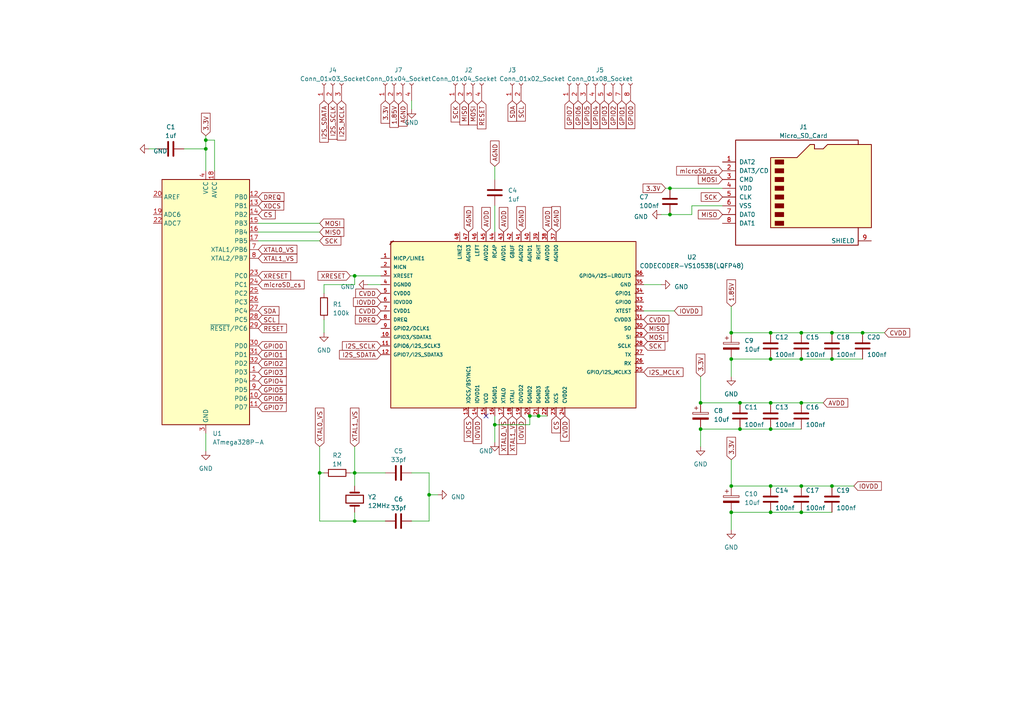
<source format=kicad_sch>
(kicad_sch (version 20230121) (generator eeschema)

  (uuid 535f89d6-24a0-421a-aeb5-342f21f98cbf)

  (paper "A4")

  (lib_symbols
    (symbol "Connector:Conn_01x02_Socket" (pin_names (offset 1.016) hide) (in_bom yes) (on_board yes)
      (property "Reference" "J" (at 0 2.54 0)
        (effects (font (size 1.27 1.27)))
      )
      (property "Value" "Conn_01x02_Socket" (at 0 -5.08 0)
        (effects (font (size 1.27 1.27)))
      )
      (property "Footprint" "" (at 0 0 0)
        (effects (font (size 1.27 1.27)) hide)
      )
      (property "Datasheet" "~" (at 0 0 0)
        (effects (font (size 1.27 1.27)) hide)
      )
      (property "ki_locked" "" (at 0 0 0)
        (effects (font (size 1.27 1.27)))
      )
      (property "ki_keywords" "connector" (at 0 0 0)
        (effects (font (size 1.27 1.27)) hide)
      )
      (property "ki_description" "Generic connector, single row, 01x02, script generated" (at 0 0 0)
        (effects (font (size 1.27 1.27)) hide)
      )
      (property "ki_fp_filters" "Connector*:*_1x??_*" (at 0 0 0)
        (effects (font (size 1.27 1.27)) hide)
      )
      (symbol "Conn_01x02_Socket_1_1"
        (arc (start 0 -2.032) (mid -0.5058 -2.54) (end 0 -3.048)
          (stroke (width 0.1524) (type default))
          (fill (type none))
        )
        (polyline
          (pts
            (xy -1.27 -2.54)
            (xy -0.508 -2.54)
          )
          (stroke (width 0.1524) (type default))
          (fill (type none))
        )
        (polyline
          (pts
            (xy -1.27 0)
            (xy -0.508 0)
          )
          (stroke (width 0.1524) (type default))
          (fill (type none))
        )
        (arc (start 0 0.508) (mid -0.5058 0) (end 0 -0.508)
          (stroke (width 0.1524) (type default))
          (fill (type none))
        )
        (pin passive line (at -5.08 0 0) (length 3.81)
          (name "Pin_1" (effects (font (size 1.27 1.27))))
          (number "1" (effects (font (size 1.27 1.27))))
        )
        (pin passive line (at -5.08 -2.54 0) (length 3.81)
          (name "Pin_2" (effects (font (size 1.27 1.27))))
          (number "2" (effects (font (size 1.27 1.27))))
        )
      )
    )
    (symbol "Connector:Conn_01x03_Socket" (pin_names (offset 1.016) hide) (in_bom yes) (on_board yes)
      (property "Reference" "J" (at 0 5.08 0)
        (effects (font (size 1.27 1.27)))
      )
      (property "Value" "Conn_01x03_Socket" (at 0 -5.08 0)
        (effects (font (size 1.27 1.27)))
      )
      (property "Footprint" "" (at 0 0 0)
        (effects (font (size 1.27 1.27)) hide)
      )
      (property "Datasheet" "~" (at 0 0 0)
        (effects (font (size 1.27 1.27)) hide)
      )
      (property "ki_locked" "" (at 0 0 0)
        (effects (font (size 1.27 1.27)))
      )
      (property "ki_keywords" "connector" (at 0 0 0)
        (effects (font (size 1.27 1.27)) hide)
      )
      (property "ki_description" "Generic connector, single row, 01x03, script generated" (at 0 0 0)
        (effects (font (size 1.27 1.27)) hide)
      )
      (property "ki_fp_filters" "Connector*:*_1x??_*" (at 0 0 0)
        (effects (font (size 1.27 1.27)) hide)
      )
      (symbol "Conn_01x03_Socket_1_1"
        (arc (start 0 -2.032) (mid -0.5058 -2.54) (end 0 -3.048)
          (stroke (width 0.1524) (type default))
          (fill (type none))
        )
        (polyline
          (pts
            (xy -1.27 -2.54)
            (xy -0.508 -2.54)
          )
          (stroke (width 0.1524) (type default))
          (fill (type none))
        )
        (polyline
          (pts
            (xy -1.27 0)
            (xy -0.508 0)
          )
          (stroke (width 0.1524) (type default))
          (fill (type none))
        )
        (polyline
          (pts
            (xy -1.27 2.54)
            (xy -0.508 2.54)
          )
          (stroke (width 0.1524) (type default))
          (fill (type none))
        )
        (arc (start 0 0.508) (mid -0.5058 0) (end 0 -0.508)
          (stroke (width 0.1524) (type default))
          (fill (type none))
        )
        (arc (start 0 3.048) (mid -0.5058 2.54) (end 0 2.032)
          (stroke (width 0.1524) (type default))
          (fill (type none))
        )
        (pin passive line (at -5.08 2.54 0) (length 3.81)
          (name "Pin_1" (effects (font (size 1.27 1.27))))
          (number "1" (effects (font (size 1.27 1.27))))
        )
        (pin passive line (at -5.08 0 0) (length 3.81)
          (name "Pin_2" (effects (font (size 1.27 1.27))))
          (number "2" (effects (font (size 1.27 1.27))))
        )
        (pin passive line (at -5.08 -2.54 0) (length 3.81)
          (name "Pin_3" (effects (font (size 1.27 1.27))))
          (number "3" (effects (font (size 1.27 1.27))))
        )
      )
    )
    (symbol "Connector:Conn_01x04_Socket" (pin_names (offset 1.016) hide) (in_bom yes) (on_board yes)
      (property "Reference" "J" (at 0 5.08 0)
        (effects (font (size 1.27 1.27)))
      )
      (property "Value" "Conn_01x04_Socket" (at 0 -7.62 0)
        (effects (font (size 1.27 1.27)))
      )
      (property "Footprint" "" (at 0 0 0)
        (effects (font (size 1.27 1.27)) hide)
      )
      (property "Datasheet" "~" (at 0 0 0)
        (effects (font (size 1.27 1.27)) hide)
      )
      (property "ki_locked" "" (at 0 0 0)
        (effects (font (size 1.27 1.27)))
      )
      (property "ki_keywords" "connector" (at 0 0 0)
        (effects (font (size 1.27 1.27)) hide)
      )
      (property "ki_description" "Generic connector, single row, 01x04, script generated" (at 0 0 0)
        (effects (font (size 1.27 1.27)) hide)
      )
      (property "ki_fp_filters" "Connector*:*_1x??_*" (at 0 0 0)
        (effects (font (size 1.27 1.27)) hide)
      )
      (symbol "Conn_01x04_Socket_1_1"
        (arc (start 0 -4.572) (mid -0.5058 -5.08) (end 0 -5.588)
          (stroke (width 0.1524) (type default))
          (fill (type none))
        )
        (arc (start 0 -2.032) (mid -0.5058 -2.54) (end 0 -3.048)
          (stroke (width 0.1524) (type default))
          (fill (type none))
        )
        (polyline
          (pts
            (xy -1.27 -5.08)
            (xy -0.508 -5.08)
          )
          (stroke (width 0.1524) (type default))
          (fill (type none))
        )
        (polyline
          (pts
            (xy -1.27 -2.54)
            (xy -0.508 -2.54)
          )
          (stroke (width 0.1524) (type default))
          (fill (type none))
        )
        (polyline
          (pts
            (xy -1.27 0)
            (xy -0.508 0)
          )
          (stroke (width 0.1524) (type default))
          (fill (type none))
        )
        (polyline
          (pts
            (xy -1.27 2.54)
            (xy -0.508 2.54)
          )
          (stroke (width 0.1524) (type default))
          (fill (type none))
        )
        (arc (start 0 0.508) (mid -0.5058 0) (end 0 -0.508)
          (stroke (width 0.1524) (type default))
          (fill (type none))
        )
        (arc (start 0 3.048) (mid -0.5058 2.54) (end 0 2.032)
          (stroke (width 0.1524) (type default))
          (fill (type none))
        )
        (pin passive line (at -5.08 2.54 0) (length 3.81)
          (name "Pin_1" (effects (font (size 1.27 1.27))))
          (number "1" (effects (font (size 1.27 1.27))))
        )
        (pin passive line (at -5.08 0 0) (length 3.81)
          (name "Pin_2" (effects (font (size 1.27 1.27))))
          (number "2" (effects (font (size 1.27 1.27))))
        )
        (pin passive line (at -5.08 -2.54 0) (length 3.81)
          (name "Pin_3" (effects (font (size 1.27 1.27))))
          (number "3" (effects (font (size 1.27 1.27))))
        )
        (pin passive line (at -5.08 -5.08 0) (length 3.81)
          (name "Pin_4" (effects (font (size 1.27 1.27))))
          (number "4" (effects (font (size 1.27 1.27))))
        )
      )
    )
    (symbol "Connector:Conn_01x08_Socket" (pin_names (offset 1.016) hide) (in_bom yes) (on_board yes)
      (property "Reference" "J" (at 0 10.16 0)
        (effects (font (size 1.27 1.27)))
      )
      (property "Value" "Conn_01x08_Socket" (at 0 -12.7 0)
        (effects (font (size 1.27 1.27)))
      )
      (property "Footprint" "" (at 0 0 0)
        (effects (font (size 1.27 1.27)) hide)
      )
      (property "Datasheet" "~" (at 0 0 0)
        (effects (font (size 1.27 1.27)) hide)
      )
      (property "ki_locked" "" (at 0 0 0)
        (effects (font (size 1.27 1.27)))
      )
      (property "ki_keywords" "connector" (at 0 0 0)
        (effects (font (size 1.27 1.27)) hide)
      )
      (property "ki_description" "Generic connector, single row, 01x08, script generated" (at 0 0 0)
        (effects (font (size 1.27 1.27)) hide)
      )
      (property "ki_fp_filters" "Connector*:*_1x??_*" (at 0 0 0)
        (effects (font (size 1.27 1.27)) hide)
      )
      (symbol "Conn_01x08_Socket_1_1"
        (arc (start 0 -9.652) (mid -0.5058 -10.16) (end 0 -10.668)
          (stroke (width 0.1524) (type default))
          (fill (type none))
        )
        (arc (start 0 -7.112) (mid -0.5058 -7.62) (end 0 -8.128)
          (stroke (width 0.1524) (type default))
          (fill (type none))
        )
        (arc (start 0 -4.572) (mid -0.5058 -5.08) (end 0 -5.588)
          (stroke (width 0.1524) (type default))
          (fill (type none))
        )
        (arc (start 0 -2.032) (mid -0.5058 -2.54) (end 0 -3.048)
          (stroke (width 0.1524) (type default))
          (fill (type none))
        )
        (polyline
          (pts
            (xy -1.27 -10.16)
            (xy -0.508 -10.16)
          )
          (stroke (width 0.1524) (type default))
          (fill (type none))
        )
        (polyline
          (pts
            (xy -1.27 -7.62)
            (xy -0.508 -7.62)
          )
          (stroke (width 0.1524) (type default))
          (fill (type none))
        )
        (polyline
          (pts
            (xy -1.27 -5.08)
            (xy -0.508 -5.08)
          )
          (stroke (width 0.1524) (type default))
          (fill (type none))
        )
        (polyline
          (pts
            (xy -1.27 -2.54)
            (xy -0.508 -2.54)
          )
          (stroke (width 0.1524) (type default))
          (fill (type none))
        )
        (polyline
          (pts
            (xy -1.27 0)
            (xy -0.508 0)
          )
          (stroke (width 0.1524) (type default))
          (fill (type none))
        )
        (polyline
          (pts
            (xy -1.27 2.54)
            (xy -0.508 2.54)
          )
          (stroke (width 0.1524) (type default))
          (fill (type none))
        )
        (polyline
          (pts
            (xy -1.27 5.08)
            (xy -0.508 5.08)
          )
          (stroke (width 0.1524) (type default))
          (fill (type none))
        )
        (polyline
          (pts
            (xy -1.27 7.62)
            (xy -0.508 7.62)
          )
          (stroke (width 0.1524) (type default))
          (fill (type none))
        )
        (arc (start 0 0.508) (mid -0.5058 0) (end 0 -0.508)
          (stroke (width 0.1524) (type default))
          (fill (type none))
        )
        (arc (start 0 3.048) (mid -0.5058 2.54) (end 0 2.032)
          (stroke (width 0.1524) (type default))
          (fill (type none))
        )
        (arc (start 0 5.588) (mid -0.5058 5.08) (end 0 4.572)
          (stroke (width 0.1524) (type default))
          (fill (type none))
        )
        (arc (start 0 8.128) (mid -0.5058 7.62) (end 0 7.112)
          (stroke (width 0.1524) (type default))
          (fill (type none))
        )
        (pin passive line (at -5.08 7.62 0) (length 3.81)
          (name "Pin_1" (effects (font (size 1.27 1.27))))
          (number "1" (effects (font (size 1.27 1.27))))
        )
        (pin passive line (at -5.08 5.08 0) (length 3.81)
          (name "Pin_2" (effects (font (size 1.27 1.27))))
          (number "2" (effects (font (size 1.27 1.27))))
        )
        (pin passive line (at -5.08 2.54 0) (length 3.81)
          (name "Pin_3" (effects (font (size 1.27 1.27))))
          (number "3" (effects (font (size 1.27 1.27))))
        )
        (pin passive line (at -5.08 0 0) (length 3.81)
          (name "Pin_4" (effects (font (size 1.27 1.27))))
          (number "4" (effects (font (size 1.27 1.27))))
        )
        (pin passive line (at -5.08 -2.54 0) (length 3.81)
          (name "Pin_5" (effects (font (size 1.27 1.27))))
          (number "5" (effects (font (size 1.27 1.27))))
        )
        (pin passive line (at -5.08 -5.08 0) (length 3.81)
          (name "Pin_6" (effects (font (size 1.27 1.27))))
          (number "6" (effects (font (size 1.27 1.27))))
        )
        (pin passive line (at -5.08 -7.62 0) (length 3.81)
          (name "Pin_7" (effects (font (size 1.27 1.27))))
          (number "7" (effects (font (size 1.27 1.27))))
        )
        (pin passive line (at -5.08 -10.16 0) (length 3.81)
          (name "Pin_8" (effects (font (size 1.27 1.27))))
          (number "8" (effects (font (size 1.27 1.27))))
        )
      )
    )
    (symbol "Connector:Micro_SD_Card" (pin_names (offset 1.016)) (in_bom yes) (on_board yes)
      (property "Reference" "J" (at -16.51 15.24 0)
        (effects (font (size 1.27 1.27)))
      )
      (property "Value" "Micro_SD_Card" (at 16.51 15.24 0)
        (effects (font (size 1.27 1.27)) (justify right))
      )
      (property "Footprint" "" (at 29.21 7.62 0)
        (effects (font (size 1.27 1.27)) hide)
      )
      (property "Datasheet" "http://katalog.we-online.de/em/datasheet/693072010801.pdf" (at 0 0 0)
        (effects (font (size 1.27 1.27)) hide)
      )
      (property "ki_keywords" "connector SD microsd" (at 0 0 0)
        (effects (font (size 1.27 1.27)) hide)
      )
      (property "ki_description" "Micro SD Card Socket" (at 0 0 0)
        (effects (font (size 1.27 1.27)) hide)
      )
      (property "ki_fp_filters" "microSD*" (at 0 0 0)
        (effects (font (size 1.27 1.27)) hide)
      )
      (symbol "Micro_SD_Card_0_1"
        (rectangle (start -7.62 -9.525) (end -5.08 -10.795)
          (stroke (width 0) (type default))
          (fill (type outline))
        )
        (rectangle (start -7.62 -6.985) (end -5.08 -8.255)
          (stroke (width 0) (type default))
          (fill (type outline))
        )
        (rectangle (start -7.62 -4.445) (end -5.08 -5.715)
          (stroke (width 0) (type default))
          (fill (type outline))
        )
        (rectangle (start -7.62 -1.905) (end -5.08 -3.175)
          (stroke (width 0) (type default))
          (fill (type outline))
        )
        (rectangle (start -7.62 0.635) (end -5.08 -0.635)
          (stroke (width 0) (type default))
          (fill (type outline))
        )
        (rectangle (start -7.62 3.175) (end -5.08 1.905)
          (stroke (width 0) (type default))
          (fill (type outline))
        )
        (rectangle (start -7.62 5.715) (end -5.08 4.445)
          (stroke (width 0) (type default))
          (fill (type outline))
        )
        (rectangle (start -7.62 8.255) (end -5.08 6.985)
          (stroke (width 0) (type default))
          (fill (type outline))
        )
        (polyline
          (pts
            (xy 16.51 12.7)
            (xy 16.51 13.97)
            (xy -19.05 13.97)
            (xy -19.05 -16.51)
            (xy 16.51 -16.51)
            (xy 16.51 -11.43)
          )
          (stroke (width 0.254) (type default))
          (fill (type none))
        )
        (polyline
          (pts
            (xy -8.89 -11.43)
            (xy -8.89 8.89)
            (xy -1.27 8.89)
            (xy 2.54 12.7)
            (xy 3.81 12.7)
            (xy 3.81 11.43)
            (xy 6.35 11.43)
            (xy 7.62 12.7)
            (xy 20.32 12.7)
            (xy 20.32 -11.43)
            (xy -8.89 -11.43)
          )
          (stroke (width 0.254) (type default))
          (fill (type background))
        )
      )
      (symbol "Micro_SD_Card_1_1"
        (pin bidirectional line (at -22.86 7.62 0) (length 3.81)
          (name "DAT2" (effects (font (size 1.27 1.27))))
          (number "1" (effects (font (size 1.27 1.27))))
        )
        (pin bidirectional line (at -22.86 5.08 0) (length 3.81)
          (name "DAT3/CD" (effects (font (size 1.27 1.27))))
          (number "2" (effects (font (size 1.27 1.27))))
        )
        (pin input line (at -22.86 2.54 0) (length 3.81)
          (name "CMD" (effects (font (size 1.27 1.27))))
          (number "3" (effects (font (size 1.27 1.27))))
        )
        (pin power_in line (at -22.86 0 0) (length 3.81)
          (name "VDD" (effects (font (size 1.27 1.27))))
          (number "4" (effects (font (size 1.27 1.27))))
        )
        (pin input line (at -22.86 -2.54 0) (length 3.81)
          (name "CLK" (effects (font (size 1.27 1.27))))
          (number "5" (effects (font (size 1.27 1.27))))
        )
        (pin power_in line (at -22.86 -5.08 0) (length 3.81)
          (name "VSS" (effects (font (size 1.27 1.27))))
          (number "6" (effects (font (size 1.27 1.27))))
        )
        (pin bidirectional line (at -22.86 -7.62 0) (length 3.81)
          (name "DAT0" (effects (font (size 1.27 1.27))))
          (number "7" (effects (font (size 1.27 1.27))))
        )
        (pin bidirectional line (at -22.86 -10.16 0) (length 3.81)
          (name "DAT1" (effects (font (size 1.27 1.27))))
          (number "8" (effects (font (size 1.27 1.27))))
        )
        (pin passive line (at 20.32 -15.24 180) (length 3.81)
          (name "SHIELD" (effects (font (size 1.27 1.27))))
          (number "9" (effects (font (size 1.27 1.27))))
        )
      )
    )
    (symbol "Device:C" (pin_numbers hide) (pin_names (offset 0.254)) (in_bom yes) (on_board yes)
      (property "Reference" "C" (at 0.635 2.54 0)
        (effects (font (size 1.27 1.27)) (justify left))
      )
      (property "Value" "C" (at 0.635 -2.54 0)
        (effects (font (size 1.27 1.27)) (justify left))
      )
      (property "Footprint" "" (at 0.9652 -3.81 0)
        (effects (font (size 1.27 1.27)) hide)
      )
      (property "Datasheet" "~" (at 0 0 0)
        (effects (font (size 1.27 1.27)) hide)
      )
      (property "ki_keywords" "cap capacitor" (at 0 0 0)
        (effects (font (size 1.27 1.27)) hide)
      )
      (property "ki_description" "Unpolarized capacitor" (at 0 0 0)
        (effects (font (size 1.27 1.27)) hide)
      )
      (property "ki_fp_filters" "C_*" (at 0 0 0)
        (effects (font (size 1.27 1.27)) hide)
      )
      (symbol "C_0_1"
        (polyline
          (pts
            (xy -2.032 -0.762)
            (xy 2.032 -0.762)
          )
          (stroke (width 0.508) (type default))
          (fill (type none))
        )
        (polyline
          (pts
            (xy -2.032 0.762)
            (xy 2.032 0.762)
          )
          (stroke (width 0.508) (type default))
          (fill (type none))
        )
      )
      (symbol "C_1_1"
        (pin passive line (at 0 3.81 270) (length 2.794)
          (name "~" (effects (font (size 1.27 1.27))))
          (number "1" (effects (font (size 1.27 1.27))))
        )
        (pin passive line (at 0 -3.81 90) (length 2.794)
          (name "~" (effects (font (size 1.27 1.27))))
          (number "2" (effects (font (size 1.27 1.27))))
        )
      )
    )
    (symbol "Device:C_Polarized" (pin_numbers hide) (pin_names (offset 0.254)) (in_bom yes) (on_board yes)
      (property "Reference" "C" (at 0.635 2.54 0)
        (effects (font (size 1.27 1.27)) (justify left))
      )
      (property "Value" "C_Polarized" (at 0.635 -2.54 0)
        (effects (font (size 1.27 1.27)) (justify left))
      )
      (property "Footprint" "" (at 0.9652 -3.81 0)
        (effects (font (size 1.27 1.27)) hide)
      )
      (property "Datasheet" "~" (at 0 0 0)
        (effects (font (size 1.27 1.27)) hide)
      )
      (property "ki_keywords" "cap capacitor" (at 0 0 0)
        (effects (font (size 1.27 1.27)) hide)
      )
      (property "ki_description" "Polarized capacitor" (at 0 0 0)
        (effects (font (size 1.27 1.27)) hide)
      )
      (property "ki_fp_filters" "CP_*" (at 0 0 0)
        (effects (font (size 1.27 1.27)) hide)
      )
      (symbol "C_Polarized_0_1"
        (rectangle (start -2.286 0.508) (end 2.286 1.016)
          (stroke (width 0) (type default))
          (fill (type none))
        )
        (polyline
          (pts
            (xy -1.778 2.286)
            (xy -0.762 2.286)
          )
          (stroke (width 0) (type default))
          (fill (type none))
        )
        (polyline
          (pts
            (xy -1.27 2.794)
            (xy -1.27 1.778)
          )
          (stroke (width 0) (type default))
          (fill (type none))
        )
        (rectangle (start 2.286 -0.508) (end -2.286 -1.016)
          (stroke (width 0) (type default))
          (fill (type outline))
        )
      )
      (symbol "C_Polarized_1_1"
        (pin passive line (at 0 3.81 270) (length 2.794)
          (name "~" (effects (font (size 1.27 1.27))))
          (number "1" (effects (font (size 1.27 1.27))))
        )
        (pin passive line (at 0 -3.81 90) (length 2.794)
          (name "~" (effects (font (size 1.27 1.27))))
          (number "2" (effects (font (size 1.27 1.27))))
        )
      )
    )
    (symbol "Device:Crystal" (pin_numbers hide) (pin_names (offset 1.016) hide) (in_bom yes) (on_board yes)
      (property "Reference" "Y" (at 0 3.81 0)
        (effects (font (size 1.27 1.27)))
      )
      (property "Value" "Crystal" (at 0 -3.81 0)
        (effects (font (size 1.27 1.27)))
      )
      (property "Footprint" "" (at 0 0 0)
        (effects (font (size 1.27 1.27)) hide)
      )
      (property "Datasheet" "~" (at 0 0 0)
        (effects (font (size 1.27 1.27)) hide)
      )
      (property "ki_keywords" "quartz ceramic resonator oscillator" (at 0 0 0)
        (effects (font (size 1.27 1.27)) hide)
      )
      (property "ki_description" "Two pin crystal" (at 0 0 0)
        (effects (font (size 1.27 1.27)) hide)
      )
      (property "ki_fp_filters" "Crystal*" (at 0 0 0)
        (effects (font (size 1.27 1.27)) hide)
      )
      (symbol "Crystal_0_1"
        (rectangle (start -1.143 2.54) (end 1.143 -2.54)
          (stroke (width 0.3048) (type default))
          (fill (type none))
        )
        (polyline
          (pts
            (xy -2.54 0)
            (xy -1.905 0)
          )
          (stroke (width 0) (type default))
          (fill (type none))
        )
        (polyline
          (pts
            (xy -1.905 -1.27)
            (xy -1.905 1.27)
          )
          (stroke (width 0.508) (type default))
          (fill (type none))
        )
        (polyline
          (pts
            (xy 1.905 -1.27)
            (xy 1.905 1.27)
          )
          (stroke (width 0.508) (type default))
          (fill (type none))
        )
        (polyline
          (pts
            (xy 2.54 0)
            (xy 1.905 0)
          )
          (stroke (width 0) (type default))
          (fill (type none))
        )
      )
      (symbol "Crystal_1_1"
        (pin passive line (at -3.81 0 0) (length 1.27)
          (name "1" (effects (font (size 1.27 1.27))))
          (number "1" (effects (font (size 1.27 1.27))))
        )
        (pin passive line (at 3.81 0 180) (length 1.27)
          (name "2" (effects (font (size 1.27 1.27))))
          (number "2" (effects (font (size 1.27 1.27))))
        )
      )
    )
    (symbol "Device:R" (pin_numbers hide) (pin_names (offset 0)) (in_bom yes) (on_board yes)
      (property "Reference" "R" (at 2.032 0 90)
        (effects (font (size 1.27 1.27)))
      )
      (property "Value" "R" (at 0 0 90)
        (effects (font (size 1.27 1.27)))
      )
      (property "Footprint" "" (at -1.778 0 90)
        (effects (font (size 1.27 1.27)) hide)
      )
      (property "Datasheet" "~" (at 0 0 0)
        (effects (font (size 1.27 1.27)) hide)
      )
      (property "ki_keywords" "R res resistor" (at 0 0 0)
        (effects (font (size 1.27 1.27)) hide)
      )
      (property "ki_description" "Resistor" (at 0 0 0)
        (effects (font (size 1.27 1.27)) hide)
      )
      (property "ki_fp_filters" "R_*" (at 0 0 0)
        (effects (font (size 1.27 1.27)) hide)
      )
      (symbol "R_0_1"
        (rectangle (start -1.016 -2.54) (end 1.016 2.54)
          (stroke (width 0.254) (type default))
          (fill (type none))
        )
      )
      (symbol "R_1_1"
        (pin passive line (at 0 3.81 270) (length 1.27)
          (name "~" (effects (font (size 1.27 1.27))))
          (number "1" (effects (font (size 1.27 1.27))))
        )
        (pin passive line (at 0 -3.81 90) (length 1.27)
          (name "~" (effects (font (size 1.27 1.27))))
          (number "2" (effects (font (size 1.27 1.27))))
        )
      )
    )
    (symbol "MCU_Microchip_ATmega:ATmega328P-A" (in_bom yes) (on_board yes)
      (property "Reference" "U" (at -12.7 36.83 0)
        (effects (font (size 1.27 1.27)) (justify left bottom))
      )
      (property "Value" "ATmega328P-A" (at 2.54 -36.83 0)
        (effects (font (size 1.27 1.27)) (justify left top))
      )
      (property "Footprint" "Package_QFP:TQFP-32_7x7mm_P0.8mm" (at 0 0 0)
        (effects (font (size 1.27 1.27) italic) hide)
      )
      (property "Datasheet" "http://ww1.microchip.com/downloads/en/DeviceDoc/ATmega328_P%20AVR%20MCU%20with%20picoPower%20Technology%20Data%20Sheet%2040001984A.pdf" (at 0 0 0)
        (effects (font (size 1.27 1.27)) hide)
      )
      (property "ki_keywords" "AVR 8bit Microcontroller MegaAVR PicoPower" (at 0 0 0)
        (effects (font (size 1.27 1.27)) hide)
      )
      (property "ki_description" "20MHz, 32kB Flash, 2kB SRAM, 1kB EEPROM, TQFP-32" (at 0 0 0)
        (effects (font (size 1.27 1.27)) hide)
      )
      (property "ki_fp_filters" "TQFP*7x7mm*P0.8mm*" (at 0 0 0)
        (effects (font (size 1.27 1.27)) hide)
      )
      (symbol "ATmega328P-A_0_1"
        (rectangle (start -12.7 -35.56) (end 12.7 35.56)
          (stroke (width 0.254) (type default))
          (fill (type background))
        )
      )
      (symbol "ATmega328P-A_1_1"
        (pin bidirectional line (at 15.24 -20.32 180) (length 2.54)
          (name "PD3" (effects (font (size 1.27 1.27))))
          (number "1" (effects (font (size 1.27 1.27))))
        )
        (pin bidirectional line (at 15.24 -27.94 180) (length 2.54)
          (name "PD6" (effects (font (size 1.27 1.27))))
          (number "10" (effects (font (size 1.27 1.27))))
        )
        (pin bidirectional line (at 15.24 -30.48 180) (length 2.54)
          (name "PD7" (effects (font (size 1.27 1.27))))
          (number "11" (effects (font (size 1.27 1.27))))
        )
        (pin bidirectional line (at 15.24 30.48 180) (length 2.54)
          (name "PB0" (effects (font (size 1.27 1.27))))
          (number "12" (effects (font (size 1.27 1.27))))
        )
        (pin bidirectional line (at 15.24 27.94 180) (length 2.54)
          (name "PB1" (effects (font (size 1.27 1.27))))
          (number "13" (effects (font (size 1.27 1.27))))
        )
        (pin bidirectional line (at 15.24 25.4 180) (length 2.54)
          (name "PB2" (effects (font (size 1.27 1.27))))
          (number "14" (effects (font (size 1.27 1.27))))
        )
        (pin bidirectional line (at 15.24 22.86 180) (length 2.54)
          (name "PB3" (effects (font (size 1.27 1.27))))
          (number "15" (effects (font (size 1.27 1.27))))
        )
        (pin bidirectional line (at 15.24 20.32 180) (length 2.54)
          (name "PB4" (effects (font (size 1.27 1.27))))
          (number "16" (effects (font (size 1.27 1.27))))
        )
        (pin bidirectional line (at 15.24 17.78 180) (length 2.54)
          (name "PB5" (effects (font (size 1.27 1.27))))
          (number "17" (effects (font (size 1.27 1.27))))
        )
        (pin power_in line (at 2.54 38.1 270) (length 2.54)
          (name "AVCC" (effects (font (size 1.27 1.27))))
          (number "18" (effects (font (size 1.27 1.27))))
        )
        (pin input line (at -15.24 25.4 0) (length 2.54)
          (name "ADC6" (effects (font (size 1.27 1.27))))
          (number "19" (effects (font (size 1.27 1.27))))
        )
        (pin bidirectional line (at 15.24 -22.86 180) (length 2.54)
          (name "PD4" (effects (font (size 1.27 1.27))))
          (number "2" (effects (font (size 1.27 1.27))))
        )
        (pin passive line (at -15.24 30.48 0) (length 2.54)
          (name "AREF" (effects (font (size 1.27 1.27))))
          (number "20" (effects (font (size 1.27 1.27))))
        )
        (pin passive line (at 0 -38.1 90) (length 2.54) hide
          (name "GND" (effects (font (size 1.27 1.27))))
          (number "21" (effects (font (size 1.27 1.27))))
        )
        (pin input line (at -15.24 22.86 0) (length 2.54)
          (name "ADC7" (effects (font (size 1.27 1.27))))
          (number "22" (effects (font (size 1.27 1.27))))
        )
        (pin bidirectional line (at 15.24 7.62 180) (length 2.54)
          (name "PC0" (effects (font (size 1.27 1.27))))
          (number "23" (effects (font (size 1.27 1.27))))
        )
        (pin bidirectional line (at 15.24 5.08 180) (length 2.54)
          (name "PC1" (effects (font (size 1.27 1.27))))
          (number "24" (effects (font (size 1.27 1.27))))
        )
        (pin bidirectional line (at 15.24 2.54 180) (length 2.54)
          (name "PC2" (effects (font (size 1.27 1.27))))
          (number "25" (effects (font (size 1.27 1.27))))
        )
        (pin bidirectional line (at 15.24 0 180) (length 2.54)
          (name "PC3" (effects (font (size 1.27 1.27))))
          (number "26" (effects (font (size 1.27 1.27))))
        )
        (pin bidirectional line (at 15.24 -2.54 180) (length 2.54)
          (name "PC4" (effects (font (size 1.27 1.27))))
          (number "27" (effects (font (size 1.27 1.27))))
        )
        (pin bidirectional line (at 15.24 -5.08 180) (length 2.54)
          (name "PC5" (effects (font (size 1.27 1.27))))
          (number "28" (effects (font (size 1.27 1.27))))
        )
        (pin bidirectional line (at 15.24 -7.62 180) (length 2.54)
          (name "~{RESET}/PC6" (effects (font (size 1.27 1.27))))
          (number "29" (effects (font (size 1.27 1.27))))
        )
        (pin power_in line (at 0 -38.1 90) (length 2.54)
          (name "GND" (effects (font (size 1.27 1.27))))
          (number "3" (effects (font (size 1.27 1.27))))
        )
        (pin bidirectional line (at 15.24 -12.7 180) (length 2.54)
          (name "PD0" (effects (font (size 1.27 1.27))))
          (number "30" (effects (font (size 1.27 1.27))))
        )
        (pin bidirectional line (at 15.24 -15.24 180) (length 2.54)
          (name "PD1" (effects (font (size 1.27 1.27))))
          (number "31" (effects (font (size 1.27 1.27))))
        )
        (pin bidirectional line (at 15.24 -17.78 180) (length 2.54)
          (name "PD2" (effects (font (size 1.27 1.27))))
          (number "32" (effects (font (size 1.27 1.27))))
        )
        (pin power_in line (at 0 38.1 270) (length 2.54)
          (name "VCC" (effects (font (size 1.27 1.27))))
          (number "4" (effects (font (size 1.27 1.27))))
        )
        (pin passive line (at 0 -38.1 90) (length 2.54) hide
          (name "GND" (effects (font (size 1.27 1.27))))
          (number "5" (effects (font (size 1.27 1.27))))
        )
        (pin passive line (at 0 38.1 270) (length 2.54) hide
          (name "VCC" (effects (font (size 1.27 1.27))))
          (number "6" (effects (font (size 1.27 1.27))))
        )
        (pin bidirectional line (at 15.24 15.24 180) (length 2.54)
          (name "XTAL1/PB6" (effects (font (size 1.27 1.27))))
          (number "7" (effects (font (size 1.27 1.27))))
        )
        (pin bidirectional line (at 15.24 12.7 180) (length 2.54)
          (name "XTAL2/PB7" (effects (font (size 1.27 1.27))))
          (number "8" (effects (font (size 1.27 1.27))))
        )
        (pin bidirectional line (at 15.24 -25.4 180) (length 2.54)
          (name "PD5" (effects (font (size 1.27 1.27))))
          (number "9" (effects (font (size 1.27 1.27))))
        )
      )
    )
    (symbol "PROJECT_FLAT_SYMBOLS:CODECODER-VS1053B(LQFP48)" (pin_names (offset 1.016)) (in_bom yes) (on_board yes)
      (property "Reference" "U" (at -32.0567 18.5726 0)
        (effects (font (size 1.27 1.27)) (justify left bottom))
      )
      (property "Value" "CODECODER-VS1053B(LQFP48)" (at -35.631 -33.0859 0)
        (effects (font (size 1.27 1.27)) (justify left bottom))
      )
      (property "Footprint" "LQFP48-0.5-7X7MM" (at 0 0 0)
        (effects (font (size 1.27 1.27)) (justify bottom) hide)
      )
      (property "Datasheet" "" (at 0 0 0)
        (effects (font (size 1.27 1.27)) hide)
      )
      (property "MPN" "VS1053B" (at 0 0 0)
        (effects (font (size 1.27 1.27)) (justify bottom) hide)
      )
      (property "VALUE" "VS1053B-lqfp48" (at 0 0 0)
        (effects (font (size 1.27 1.27)) (justify bottom) hide)
      )
      (symbol "CODECODER-VS1053B(LQFP48)_0_0"
        (rectangle (start -35.2462 -30.6922) (end 35.8738 17.5678)
          (stroke (width 0.254) (type default))
          (fill (type background))
        )
        (polyline
          (pts
            (xy -35.56 16.7279)
            (xy -34.5079 17.78)
          )
          (stroke (width 0.254) (type default))
          (fill (type none))
        )
        (pin bidirectional line (at -38.1 12.7 0) (length 2.54)
          (name "MICP/LINE1" (effects (font (size 1.016 1.016))))
          (number "1" (effects (font (size 1.016 1.016))))
        )
        (pin bidirectional line (at -38.1 -10.16 0) (length 2.54)
          (name "GPIO3/SDATA1" (effects (font (size 1.016 1.016))))
          (number "10" (effects (font (size 1.016 1.016))))
        )
        (pin bidirectional line (at -38.1 -12.7 0) (length 2.54)
          (name "GPIO6/I2S_SCLK3" (effects (font (size 1.016 1.016))))
          (number "11" (effects (font (size 1.016 1.016))))
        )
        (pin bidirectional line (at -38.1 -15.24 0) (length 2.54)
          (name "GPIO7/I2S_SDATA3" (effects (font (size 1.016 1.016))))
          (number "12" (effects (font (size 1.016 1.016))))
        )
        (pin bidirectional line (at -12.7 -33.02 90) (length 2.54)
          (name "XDCS/BSYNC1" (effects (font (size 1.016 1.016))))
          (number "13" (effects (font (size 1.016 1.016))))
        )
        (pin power_in line (at -10.16 -33.02 90) (length 2.54)
          (name "IOVDD1" (effects (font (size 1.016 1.016))))
          (number "14" (effects (font (size 1.016 1.016))))
        )
        (pin power_in line (at -7.62 -33.02 90) (length 2.54)
          (name "VCO" (effects (font (size 1.016 1.016))))
          (number "15" (effects (font (size 1.016 1.016))))
        )
        (pin power_in line (at -5.08 -33.02 90) (length 2.54)
          (name "DGND1" (effects (font (size 1.016 1.016))))
          (number "16" (effects (font (size 1.016 1.016))))
        )
        (pin bidirectional line (at -2.54 -33.02 90) (length 2.54)
          (name "XTALO" (effects (font (size 1.016 1.016))))
          (number "17" (effects (font (size 1.016 1.016))))
        )
        (pin bidirectional line (at 0 -33.02 90) (length 2.54)
          (name "XTALI" (effects (font (size 1.016 1.016))))
          (number "18" (effects (font (size 1.016 1.016))))
        )
        (pin power_in line (at 2.54 -33.02 90) (length 2.54)
          (name "IOVDD2" (effects (font (size 1.016 1.016))))
          (number "19" (effects (font (size 1.016 1.016))))
        )
        (pin bidirectional line (at -38.1 10.16 0) (length 2.54)
          (name "MICN" (effects (font (size 1.016 1.016))))
          (number "2" (effects (font (size 1.016 1.016))))
        )
        (pin power_in line (at 5.08 -33.02 90) (length 2.54)
          (name "DGND2" (effects (font (size 1.016 1.016))))
          (number "20" (effects (font (size 1.016 1.016))))
        )
        (pin power_in line (at 7.62 -33.02 90) (length 2.54)
          (name "DGND3" (effects (font (size 1.016 1.016))))
          (number "21" (effects (font (size 1.016 1.016))))
        )
        (pin power_in line (at 10.16 -33.02 90) (length 2.54)
          (name "DGND4" (effects (font (size 1.016 1.016))))
          (number "22" (effects (font (size 1.016 1.016))))
        )
        (pin bidirectional line (at 12.7 -33.02 90) (length 2.54)
          (name "XCS" (effects (font (size 1.016 1.016))))
          (number "23" (effects (font (size 1.016 1.016))))
        )
        (pin power_in line (at 15.24 -33.02 90) (length 2.54)
          (name "CVDD2" (effects (font (size 1.016 1.016))))
          (number "24" (effects (font (size 1.016 1.016))))
        )
        (pin bidirectional line (at 38.1 -20.32 180) (length 2.54)
          (name "GPIO/I2S_MCLK3" (effects (font (size 1.016 1.016))))
          (number "25" (effects (font (size 1.016 1.016))))
        )
        (pin bidirectional line (at 38.1 -17.78 180) (length 2.54)
          (name "RX" (effects (font (size 1.016 1.016))))
          (number "26" (effects (font (size 1.016 1.016))))
        )
        (pin bidirectional line (at 38.1 -15.24 180) (length 2.54)
          (name "TX" (effects (font (size 1.016 1.016))))
          (number "27" (effects (font (size 1.016 1.016))))
        )
        (pin bidirectional line (at 38.1 -12.7 180) (length 2.54)
          (name "SCLK" (effects (font (size 1.016 1.016))))
          (number "28" (effects (font (size 1.016 1.016))))
        )
        (pin bidirectional line (at 38.1 -10.16 180) (length 2.54)
          (name "SI" (effects (font (size 1.016 1.016))))
          (number "29" (effects (font (size 1.016 1.016))))
        )
        (pin bidirectional line (at -38.1 7.62 0) (length 2.54)
          (name "XRESET" (effects (font (size 1.016 1.016))))
          (number "3" (effects (font (size 1.016 1.016))))
        )
        (pin bidirectional line (at 38.1 -7.62 180) (length 2.54)
          (name "SO" (effects (font (size 1.016 1.016))))
          (number "30" (effects (font (size 1.016 1.016))))
        )
        (pin power_in line (at 38.1 -5.08 180) (length 2.54)
          (name "CVDD3" (effects (font (size 1.016 1.016))))
          (number "31" (effects (font (size 1.016 1.016))))
        )
        (pin bidirectional line (at 38.1 -2.54 180) (length 2.54)
          (name "XTEST" (effects (font (size 1.016 1.016))))
          (number "32" (effects (font (size 1.016 1.016))))
        )
        (pin bidirectional line (at 38.1 0 180) (length 2.54)
          (name "GPIO0" (effects (font (size 1.016 1.016))))
          (number "33" (effects (font (size 1.016 1.016))))
        )
        (pin bidirectional line (at 38.1 2.54 180) (length 2.54)
          (name "GPIO1" (effects (font (size 1.016 1.016))))
          (number "34" (effects (font (size 1.016 1.016))))
        )
        (pin power_in line (at 38.1 5.08 180) (length 2.54)
          (name "GND" (effects (font (size 1.016 1.016))))
          (number "35" (effects (font (size 1.016 1.016))))
        )
        (pin bidirectional line (at 38.1 7.62 180) (length 2.54)
          (name "GPIO4/I2S-LROUT3" (effects (font (size 1.016 1.016))))
          (number "36" (effects (font (size 1.016 1.016))))
        )
        (pin power_in line (at 12.7 20.32 270) (length 2.54)
          (name "AGND0" (effects (font (size 1.016 1.016))))
          (number "37" (effects (font (size 1.016 1.016))))
        )
        (pin power_in line (at 10.16 20.32 270) (length 2.54)
          (name "AVDD0" (effects (font (size 1.016 1.016))))
          (number "38" (effects (font (size 1.016 1.016))))
        )
        (pin bidirectional line (at 7.62 20.32 270) (length 2.54)
          (name "RIGHT" (effects (font (size 1.016 1.016))))
          (number "39" (effects (font (size 1.016 1.016))))
        )
        (pin power_in line (at -38.1 5.08 0) (length 2.54)
          (name "DGND0" (effects (font (size 1.016 1.016))))
          (number "4" (effects (font (size 1.016 1.016))))
        )
        (pin power_in line (at 5.08 20.32 270) (length 2.54)
          (name "AGND1" (effects (font (size 1.016 1.016))))
          (number "40" (effects (font (size 1.016 1.016))))
        )
        (pin power_in line (at 2.54 20.32 270) (length 2.54)
          (name "AGND2" (effects (font (size 1.016 1.016))))
          (number "41" (effects (font (size 1.016 1.016))))
        )
        (pin bidirectional line (at 0 20.32 270) (length 2.54)
          (name "GBUF" (effects (font (size 1.016 1.016))))
          (number "42" (effects (font (size 1.016 1.016))))
        )
        (pin power_in line (at -2.54 20.32 270) (length 2.54)
          (name "AVDD1" (effects (font (size 1.016 1.016))))
          (number "43" (effects (font (size 1.016 1.016))))
        )
        (pin bidirectional line (at -5.08 20.32 270) (length 2.54)
          (name "RCAP" (effects (font (size 1.016 1.016))))
          (number "44" (effects (font (size 1.016 1.016))))
        )
        (pin power_in line (at -7.62 20.32 270) (length 2.54)
          (name "AVDD2" (effects (font (size 1.016 1.016))))
          (number "45" (effects (font (size 1.016 1.016))))
        )
        (pin bidirectional line (at -10.16 20.32 270) (length 2.54)
          (name "LEFT" (effects (font (size 1.016 1.016))))
          (number "46" (effects (font (size 1.016 1.016))))
        )
        (pin power_in line (at -12.7 20.32 270) (length 2.54)
          (name "AGND3" (effects (font (size 1.016 1.016))))
          (number "47" (effects (font (size 1.016 1.016))))
        )
        (pin bidirectional line (at -15.24 20.32 270) (length 2.54)
          (name "LINE2" (effects (font (size 1.016 1.016))))
          (number "48" (effects (font (size 1.016 1.016))))
        )
        (pin power_in line (at -38.1 2.54 0) (length 2.54)
          (name "CVDD0" (effects (font (size 1.016 1.016))))
          (number "5" (effects (font (size 1.016 1.016))))
        )
        (pin power_in line (at -38.1 0 0) (length 2.54)
          (name "IOVDD0" (effects (font (size 1.016 1.016))))
          (number "6" (effects (font (size 1.016 1.016))))
        )
        (pin power_in line (at -38.1 -2.54 0) (length 2.54)
          (name "CVDD1" (effects (font (size 1.016 1.016))))
          (number "7" (effects (font (size 1.016 1.016))))
        )
        (pin bidirectional line (at -38.1 -5.08 0) (length 2.54)
          (name "DREQ" (effects (font (size 1.016 1.016))))
          (number "8" (effects (font (size 1.016 1.016))))
        )
        (pin bidirectional line (at -38.1 -7.62 0) (length 2.54)
          (name "GPIO2/DCLK1" (effects (font (size 1.016 1.016))))
          (number "9" (effects (font (size 1.016 1.016))))
        )
      )
    )
    (symbol "power:GND" (power) (pin_names (offset 0)) (in_bom yes) (on_board yes)
      (property "Reference" "#PWR" (at 0 -6.35 0)
        (effects (font (size 1.27 1.27)) hide)
      )
      (property "Value" "GND" (at 0 -3.81 0)
        (effects (font (size 1.27 1.27)))
      )
      (property "Footprint" "" (at 0 0 0)
        (effects (font (size 1.27 1.27)) hide)
      )
      (property "Datasheet" "" (at 0 0 0)
        (effects (font (size 1.27 1.27)) hide)
      )
      (property "ki_keywords" "global power" (at 0 0 0)
        (effects (font (size 1.27 1.27)) hide)
      )
      (property "ki_description" "Power symbol creates a global label with name \"GND\" , ground" (at 0 0 0)
        (effects (font (size 1.27 1.27)) hide)
      )
      (symbol "GND_0_1"
        (polyline
          (pts
            (xy 0 0)
            (xy 0 -1.27)
            (xy 1.27 -1.27)
            (xy 0 -2.54)
            (xy -1.27 -1.27)
            (xy 0 -1.27)
          )
          (stroke (width 0) (type default))
          (fill (type none))
        )
      )
      (symbol "GND_1_1"
        (pin power_in line (at 0 0 270) (length 0) hide
          (name "GND" (effects (font (size 1.27 1.27))))
          (number "1" (effects (font (size 1.27 1.27))))
        )
      )
    )
  )

  (junction (at 212.09 148.59) (diameter 0) (color 0 0 0 0)
    (uuid 048a7d3c-8c34-4309-98c2-48ecf1358961)
  )
  (junction (at 232.41 116.84) (diameter 0) (color 0 0 0 0)
    (uuid 093971bd-b15b-48a7-b7b4-7af01a63508f)
  )
  (junction (at 102.87 137.16) (diameter 0) (color 0 0 0 0)
    (uuid 0c6e4eb9-b8b8-4427-8cd2-26964b0f2588)
  )
  (junction (at 212.09 140.97) (diameter 0) (color 0 0 0 0)
    (uuid 0eb99f6a-fb88-4024-8850-67139dcab12d)
  )
  (junction (at 102.87 151.13) (diameter 0) (color 0 0 0 0)
    (uuid 12489f25-3101-42ca-ab33-9414fd3578ff)
  )
  (junction (at 143.51 123.19) (diameter 0) (color 0 0 0 0)
    (uuid 33b97bb5-7537-4d7c-9b47-626fec921da7)
  )
  (junction (at 124.46 143.51) (diameter 0) (color 0 0 0 0)
    (uuid 35fdeb2f-711c-4ba0-8f78-60dcb6f15ba3)
  )
  (junction (at 223.52 140.97) (diameter 0) (color 0 0 0 0)
    (uuid 3e7c2d5f-b4cb-4363-a84f-f6723df00ffc)
  )
  (junction (at 153.67 120.65) (diameter 0) (color 0 0 0 0)
    (uuid 47a82fcf-4f93-46a7-b176-e08d87f5d5c1)
  )
  (junction (at 203.2 124.46) (diameter 0) (color 0 0 0 0)
    (uuid 4831bdab-eb49-4699-9a01-0304ebc9eb6e)
  )
  (junction (at 194.31 54.61) (diameter 0) (color 0 0 0 0)
    (uuid 48738689-1962-4a23-bddd-6230da69a84d)
  )
  (junction (at 232.41 148.59) (diameter 0) (color 0 0 0 0)
    (uuid 4a6fa753-01d8-4b3a-85ef-e32e35a73739)
  )
  (junction (at 212.09 96.52) (diameter 0) (color 0 0 0 0)
    (uuid 5c70ddcf-f75b-4f40-a54d-334e3b715724)
  )
  (junction (at 59.69 40.64) (diameter 0) (color 0 0 0 0)
    (uuid 5f364c44-6553-42b6-b5da-060f35d6c5aa)
  )
  (junction (at 223.52 148.59) (diameter 0) (color 0 0 0 0)
    (uuid 62d703cd-6490-4691-be8e-63e95027f556)
  )
  (junction (at 223.52 116.84) (diameter 0) (color 0 0 0 0)
    (uuid 63b7aaab-06f7-43c5-98f3-75e17885ce3a)
  )
  (junction (at 223.52 96.52) (diameter 0) (color 0 0 0 0)
    (uuid 6fc9eb68-3c08-44b0-9802-5685e47bdba5)
  )
  (junction (at 102.87 80.01) (diameter 0) (color 0 0 0 0)
    (uuid 716aa924-c8ff-410c-8b68-84c81f13f229)
  )
  (junction (at 59.69 43.18) (diameter 0) (color 0 0 0 0)
    (uuid 73818619-1c85-4200-b189-316d1c211d15)
  )
  (junction (at 194.31 62.23) (diameter 0) (color 0 0 0 0)
    (uuid 79026cf5-8b36-457a-b243-8e78dc48d99c)
  )
  (junction (at 223.52 124.46) (diameter 0) (color 0 0 0 0)
    (uuid 7d465155-6457-4600-adb3-4de70a86baec)
  )
  (junction (at 92.71 137.16) (diameter 0) (color 0 0 0 0)
    (uuid 7e813a70-2e99-449d-b9e2-39f3e8b7c009)
  )
  (junction (at 232.41 104.14) (diameter 0) (color 0 0 0 0)
    (uuid 80073f24-3ffd-47ca-adfa-7947eb1e6c65)
  )
  (junction (at 250.19 96.52) (diameter 0) (color 0 0 0 0)
    (uuid 85815b10-4696-4967-8c26-183aa14f9fe8)
  )
  (junction (at 214.63 124.46) (diameter 0) (color 0 0 0 0)
    (uuid 86397295-24f3-44f6-82ff-d1b2fc883207)
  )
  (junction (at 232.41 140.97) (diameter 0) (color 0 0 0 0)
    (uuid 9534f520-38aa-45db-9350-d734a4ef419b)
  )
  (junction (at 241.3 140.97) (diameter 0) (color 0 0 0 0)
    (uuid 9bf880d1-9711-43a3-a56a-cb304d369b14)
  )
  (junction (at 212.09 104.14) (diameter 0) (color 0 0 0 0)
    (uuid b8fb0028-4f6c-496e-b627-b34bb2d63c97)
  )
  (junction (at 232.41 96.52) (diameter 0) (color 0 0 0 0)
    (uuid bec0ae25-cfc2-4d79-9f94-af6414f7478a)
  )
  (junction (at 214.63 116.84) (diameter 0) (color 0 0 0 0)
    (uuid d1e2c21b-7cbe-4d76-bce8-823763c44ef6)
  )
  (junction (at 223.52 104.14) (diameter 0) (color 0 0 0 0)
    (uuid d7ff1f92-724b-4a02-88de-40a04202cf11)
  )
  (junction (at 203.2 116.84) (diameter 0) (color 0 0 0 0)
    (uuid e10d935b-1c47-4dd7-9317-19c2374ec4a9)
  )
  (junction (at 241.3 104.14) (diameter 0) (color 0 0 0 0)
    (uuid e4a29c99-d7b9-4505-857e-810dfc4c449e)
  )
  (junction (at 241.3 96.52) (diameter 0) (color 0 0 0 0)
    (uuid f2d30e9b-0808-495c-9cb6-ee819a4205d7)
  )
  (junction (at 156.21 120.65) (diameter 0) (color 0 0 0 0)
    (uuid f3b5b4a9-fa28-4cb1-9879-cc1e59de3133)
  )

  (no_connect (at 140.97 120.65) (uuid ad600906-5ff9-4763-ac2b-ef0f3364e43a))

  (wire (pts (xy 232.41 140.97) (xy 241.3 140.97))
    (stroke (width 0) (type default))
    (uuid 00f91a05-5777-4e69-b54e-a6cdb8b272ad)
  )
  (wire (pts (xy 212.09 140.97) (xy 223.52 140.97))
    (stroke (width 0) (type default))
    (uuid 05314fd7-8678-4057-969e-353ec4a5bd99)
  )
  (wire (pts (xy 223.52 124.46) (xy 232.41 124.46))
    (stroke (width 0) (type default))
    (uuid 0b896891-d0bb-4a80-8b8e-aaf22e7792b9)
  )
  (wire (pts (xy 92.71 137.16) (xy 93.98 137.16))
    (stroke (width 0) (type default))
    (uuid 103c0eee-1cd3-4c5e-a9cc-282526c1d2e8)
  )
  (wire (pts (xy 102.87 137.16) (xy 111.76 137.16))
    (stroke (width 0) (type default))
    (uuid 14e63d03-429e-4663-8eac-8aadd0256508)
  )
  (wire (pts (xy 124.46 143.51) (xy 127 143.51))
    (stroke (width 0) (type default))
    (uuid 1503718c-c6a5-41bc-8692-81ee49ca05a4)
  )
  (wire (pts (xy 119.38 151.13) (xy 124.46 151.13))
    (stroke (width 0) (type default))
    (uuid 1b109e96-b494-4fb1-b9da-c51bed61309d)
  )
  (wire (pts (xy 250.19 96.52) (xy 256.54 96.52))
    (stroke (width 0) (type default))
    (uuid 1c30e52f-ee8a-4cff-916f-a87fd2c15e85)
  )
  (wire (pts (xy 241.3 104.14) (xy 250.19 104.14))
    (stroke (width 0) (type default))
    (uuid 2166f3c6-5482-40fd-bd2b-60a9fdfbcf54)
  )
  (wire (pts (xy 93.98 92.71) (xy 93.98 96.52))
    (stroke (width 0) (type default))
    (uuid 249bd92e-d7b6-428c-9bac-42b411124fdc)
  )
  (wire (pts (xy 194.31 54.61) (xy 209.55 54.61))
    (stroke (width 0) (type default))
    (uuid 3356f0c1-fb17-43d5-8bb5-b64cb093084b)
  )
  (wire (pts (xy 203.2 116.84) (xy 214.63 116.84))
    (stroke (width 0) (type default))
    (uuid 36eee9e9-c7d3-4ecc-b8a5-da17aaa8802d)
  )
  (wire (pts (xy 186.69 90.17) (xy 195.58 90.17))
    (stroke (width 0) (type default))
    (uuid 38e9b78a-9e3c-4a6b-8ea2-901d2b12cef2)
  )
  (wire (pts (xy 106.68 82.55) (xy 110.49 82.55))
    (stroke (width 0) (type default))
    (uuid 3b6a0203-dc15-4cea-96bc-bd477247031c)
  )
  (wire (pts (xy 232.41 104.14) (xy 241.3 104.14))
    (stroke (width 0) (type default))
    (uuid 3e851d51-8728-4330-ad0f-0f4b262b9b67)
  )
  (wire (pts (xy 102.87 80.01) (xy 110.49 80.01))
    (stroke (width 0) (type default))
    (uuid 426a3bbf-374a-4bd8-9dec-8e929162a250)
  )
  (wire (pts (xy 194.31 62.23) (xy 200.66 62.23))
    (stroke (width 0) (type default))
    (uuid 429043c1-8870-42ca-9147-8967a92ed2eb)
  )
  (wire (pts (xy 119.38 137.16) (xy 124.46 137.16))
    (stroke (width 0) (type default))
    (uuid 4fcfcde8-72a2-44ef-9d0b-d73252e4c72e)
  )
  (wire (pts (xy 232.41 148.59) (xy 241.3 148.59))
    (stroke (width 0) (type default))
    (uuid 51506459-57bb-40de-9ef8-8e295c5ca6d2)
  )
  (wire (pts (xy 74.93 64.77) (xy 92.71 64.77))
    (stroke (width 0) (type default))
    (uuid 53c3e6ce-978c-423e-bb16-cf0b6a6da16c)
  )
  (wire (pts (xy 143.51 59.69) (xy 143.51 67.31))
    (stroke (width 0) (type default))
    (uuid 55b1e502-d7e2-471d-9742-271d58d750bf)
  )
  (wire (pts (xy 59.69 125.73) (xy 59.69 130.81))
    (stroke (width 0) (type default))
    (uuid 5d0e96f0-3907-4724-bfa8-d3d3a472b99a)
  )
  (wire (pts (xy 223.52 96.52) (xy 232.41 96.52))
    (stroke (width 0) (type default))
    (uuid 5edaf80b-0796-455b-9e8c-10b7c4f6d2be)
  )
  (wire (pts (xy 59.69 40.64) (xy 59.69 43.18))
    (stroke (width 0) (type default))
    (uuid 60159411-8368-4bcc-89ba-ac8331f65df1)
  )
  (wire (pts (xy 102.87 129.54) (xy 102.87 137.16))
    (stroke (width 0) (type default))
    (uuid 6832dc66-5caa-4dfe-a34b-9b4a7dadacd6)
  )
  (wire (pts (xy 102.87 82.55) (xy 93.98 82.55))
    (stroke (width 0) (type default))
    (uuid 6a4c18d6-a5ab-48d8-ab89-6b67a5318960)
  )
  (wire (pts (xy 143.51 123.19) (xy 143.51 128.27))
    (stroke (width 0) (type default))
    (uuid 6b1770a2-7ecc-4dc4-b10f-c29ba08784d7)
  )
  (wire (pts (xy 212.09 104.14) (xy 212.09 109.22))
    (stroke (width 0) (type default))
    (uuid 6b7635d5-a233-4ce3-a6fd-2db4b83513d2)
  )
  (wire (pts (xy 124.46 151.13) (xy 124.46 143.51))
    (stroke (width 0) (type default))
    (uuid 6bc28349-0aa2-4379-ae91-4693fdbcf7c3)
  )
  (wire (pts (xy 223.52 104.14) (xy 232.41 104.14))
    (stroke (width 0) (type default))
    (uuid 71255aec-3fff-489a-8be2-17e96fc659da)
  )
  (wire (pts (xy 93.98 82.55) (xy 93.98 85.09))
    (stroke (width 0) (type default))
    (uuid 729e41a3-08da-49f4-89d5-314a30b7d399)
  )
  (wire (pts (xy 156.21 120.65) (xy 158.75 120.65))
    (stroke (width 0) (type default))
    (uuid 737d683f-fdf5-4858-9750-46083178807b)
  )
  (wire (pts (xy 92.71 151.13) (xy 102.87 151.13))
    (stroke (width 0) (type default))
    (uuid 74e7967a-8fba-47c4-86f8-6144e25d1113)
  )
  (wire (pts (xy 153.67 123.19) (xy 153.67 120.65))
    (stroke (width 0) (type default))
    (uuid 7565ca9a-4c85-4ae5-b609-323e7e5a188d)
  )
  (wire (pts (xy 241.3 96.52) (xy 250.19 96.52))
    (stroke (width 0) (type default))
    (uuid 77c78ae2-6f65-4ef1-8b5d-38460c7c1810)
  )
  (wire (pts (xy 203.2 109.22) (xy 203.2 116.84))
    (stroke (width 0) (type default))
    (uuid 78f233d5-2f56-4977-8a6e-599bc3d81f56)
  )
  (wire (pts (xy 191.77 62.23) (xy 194.31 62.23))
    (stroke (width 0) (type default))
    (uuid 7bce951b-8cbe-406e-8789-1cae7c90f5f9)
  )
  (wire (pts (xy 232.41 96.52) (xy 241.3 96.52))
    (stroke (width 0) (type default))
    (uuid 7e0578b4-2ed8-4506-b711-ac333b78f2f7)
  )
  (wire (pts (xy 124.46 143.51) (xy 124.46 137.16))
    (stroke (width 0) (type default))
    (uuid 83fa6944-11ac-4674-a4b6-c88d231e0f2d)
  )
  (wire (pts (xy 143.51 123.19) (xy 153.67 123.19))
    (stroke (width 0) (type default))
    (uuid 862cb678-a749-4e13-8692-caee56687464)
  )
  (wire (pts (xy 203.2 124.46) (xy 203.2 129.54))
    (stroke (width 0) (type default))
    (uuid 87b43ce1-1e43-492c-a947-ac81d0770526)
  )
  (wire (pts (xy 223.52 148.59) (xy 232.41 148.59))
    (stroke (width 0) (type default))
    (uuid 8995430c-cff0-45dd-8b87-e49652f22880)
  )
  (wire (pts (xy 102.87 148.59) (xy 102.87 151.13))
    (stroke (width 0) (type default))
    (uuid 8aded79e-8615-4aa7-aac3-c12080970573)
  )
  (wire (pts (xy 203.2 124.46) (xy 214.63 124.46))
    (stroke (width 0) (type default))
    (uuid 8b52f3dc-7e8a-42c7-9c30-49ae60ee5fae)
  )
  (wire (pts (xy 212.09 148.59) (xy 223.52 148.59))
    (stroke (width 0) (type default))
    (uuid 8e550dfa-ed39-470e-8abb-ac8068b2fbc8)
  )
  (wire (pts (xy 223.52 140.97) (xy 232.41 140.97))
    (stroke (width 0) (type default))
    (uuid 90a4f4d1-225d-4da0-813e-7738840a9fde)
  )
  (wire (pts (xy 102.87 137.16) (xy 102.87 140.97))
    (stroke (width 0) (type default))
    (uuid 91d0e0a5-f74e-46cd-b508-09ef3640b5a7)
  )
  (wire (pts (xy 62.23 40.64) (xy 62.23 49.53))
    (stroke (width 0) (type default))
    (uuid 91d557dc-e7ed-463e-9172-ed57f58458ba)
  )
  (wire (pts (xy 241.3 140.97) (xy 247.65 140.97))
    (stroke (width 0) (type default))
    (uuid 968df437-ec29-4cb6-bcae-3bf64da956f0)
  )
  (wire (pts (xy 153.67 120.65) (xy 156.21 120.65))
    (stroke (width 0) (type default))
    (uuid 9d2b4c05-1840-4fe6-93b8-3cface25cc01)
  )
  (wire (pts (xy 214.63 116.84) (xy 223.52 116.84))
    (stroke (width 0) (type default))
    (uuid 9ec70e36-e1d2-498c-9ab2-6256564faee0)
  )
  (wire (pts (xy 200.66 59.69) (xy 209.55 59.69))
    (stroke (width 0) (type default))
    (uuid a1d49504-c573-4a47-b75d-a75880b972f8)
  )
  (wire (pts (xy 59.69 40.64) (xy 62.23 40.64))
    (stroke (width 0) (type default))
    (uuid a2b71af8-bb75-4a48-87f4-37c85a3217ac)
  )
  (wire (pts (xy 74.93 69.85) (xy 92.71 69.85))
    (stroke (width 0) (type default))
    (uuid b534b5ea-e4c9-4afe-8e8b-87e9945035d7)
  )
  (wire (pts (xy 223.52 116.84) (xy 232.41 116.84))
    (stroke (width 0) (type default))
    (uuid b86d1eca-562c-4a4a-9ccf-dad6ce1cad7a)
  )
  (wire (pts (xy 101.6 80.01) (xy 102.87 80.01))
    (stroke (width 0) (type default))
    (uuid ba9a9bd6-2563-4236-9043-710b129c642d)
  )
  (wire (pts (xy 74.93 67.31) (xy 92.71 67.31))
    (stroke (width 0) (type default))
    (uuid bc0bff7a-3f3a-4e28-8d81-4a63b126fff9)
  )
  (wire (pts (xy 101.6 137.16) (xy 102.87 137.16))
    (stroke (width 0) (type default))
    (uuid bf54e452-c9e3-49cd-9177-4c203731478c)
  )
  (wire (pts (xy 186.69 82.55) (xy 191.77 82.55))
    (stroke (width 0) (type default))
    (uuid c4eb3de2-3976-4ed9-908e-dfa9c01aba2f)
  )
  (wire (pts (xy 212.09 104.14) (xy 223.52 104.14))
    (stroke (width 0) (type default))
    (uuid c86e52ad-d3b7-4234-9e0c-4a0a4351b44f)
  )
  (wire (pts (xy 212.09 88.9) (xy 212.09 96.52))
    (stroke (width 0) (type default))
    (uuid cb23765c-eb74-4d50-bcce-c39055ed9b26)
  )
  (wire (pts (xy 43.18 43.18) (xy 45.72 43.18))
    (stroke (width 0) (type default))
    (uuid cb802a34-8e11-46ae-835e-848c8d9f6afa)
  )
  (wire (pts (xy 212.09 96.52) (xy 223.52 96.52))
    (stroke (width 0) (type default))
    (uuid ce33bb54-371b-4c94-8695-ac2582924db5)
  )
  (wire (pts (xy 212.09 148.59) (xy 212.09 153.67))
    (stroke (width 0) (type default))
    (uuid cefbea00-d921-4cf5-8537-b4108e9737a7)
  )
  (wire (pts (xy 92.71 137.16) (xy 92.71 151.13))
    (stroke (width 0) (type default))
    (uuid d58ef69f-d27e-47f9-8e4c-9c04688c1a6c)
  )
  (wire (pts (xy 214.63 124.46) (xy 223.52 124.46))
    (stroke (width 0) (type default))
    (uuid d65359ab-5542-47e5-a0d9-024376f8ecde)
  )
  (wire (pts (xy 212.09 133.35) (xy 212.09 140.97))
    (stroke (width 0) (type default))
    (uuid d6762801-403e-4026-b2d5-b2b0d2fba076)
  )
  (wire (pts (xy 143.51 120.65) (xy 143.51 123.19))
    (stroke (width 0) (type default))
    (uuid d87da342-a914-465e-afaf-494e9962ee56)
  )
  (wire (pts (xy 59.69 43.18) (xy 59.69 49.53))
    (stroke (width 0) (type default))
    (uuid d999d784-d12b-4efb-b178-502b6ba8e0a5)
  )
  (wire (pts (xy 102.87 80.01) (xy 102.87 82.55))
    (stroke (width 0) (type default))
    (uuid df2c69af-c7b7-40ca-9b18-c5f02aa63357)
  )
  (wire (pts (xy 92.71 129.54) (xy 92.71 137.16))
    (stroke (width 0) (type default))
    (uuid e375fa04-aaba-4cab-a898-d0288cd27dc2)
  )
  (wire (pts (xy 119.38 31.75) (xy 119.38 29.21))
    (stroke (width 0) (type default))
    (uuid e3eb21e6-7509-4960-915b-8dd2b7b279cb)
  )
  (wire (pts (xy 143.51 48.26) (xy 143.51 52.07))
    (stroke (width 0) (type default))
    (uuid e564a064-5df6-41e7-bc46-883c5ca234a5)
  )
  (wire (pts (xy 200.66 62.23) (xy 200.66 59.69))
    (stroke (width 0) (type default))
    (uuid e7196789-db24-436c-a3a8-b5f23be87c46)
  )
  (wire (pts (xy 232.41 116.84) (xy 238.76 116.84))
    (stroke (width 0) (type default))
    (uuid e7f51d10-8bb8-430a-b8f4-cb3562cff73a)
  )
  (wire (pts (xy 59.69 39.37) (xy 59.69 40.64))
    (stroke (width 0) (type default))
    (uuid eaa07052-483f-4565-9d9b-1a26b975ab58)
  )
  (wire (pts (xy 193.04 54.61) (xy 194.31 54.61))
    (stroke (width 0) (type default))
    (uuid fa83b99f-c2a5-4e55-8fef-43c5935ddd21)
  )
  (wire (pts (xy 53.34 43.18) (xy 59.69 43.18))
    (stroke (width 0) (type default))
    (uuid fc4047d9-a5c4-4089-a1fe-8210c5892634)
  )
  (wire (pts (xy 102.87 151.13) (xy 111.76 151.13))
    (stroke (width 0) (type default))
    (uuid fe6f221b-e5be-48f5-b11d-0ffa4954404c)
  )

  (global_label "SCK" (shape input) (at 209.55 57.15 180) (fields_autoplaced)
    (effects (font (size 1.27 1.27)) (justify right))
    (uuid 054abc36-09a5-4c49-9d66-faec9941f157)
    (property "Intersheetrefs" "${INTERSHEET_REFS}" (at 202.8947 57.15 0)
      (effects (font (size 1.27 1.27)) (justify right) hide)
    )
  )
  (global_label "3.3V" (shape input) (at 193.04 54.61 180) (fields_autoplaced)
    (effects (font (size 1.27 1.27)) (justify right))
    (uuid 08c56ff8-ea38-4b6b-bee8-fc80a53ad0e0)
    (property "Intersheetrefs" "${INTERSHEET_REFS}" (at 186.0218 54.61 0)
      (effects (font (size 1.27 1.27)) (justify right) hide)
    )
  )
  (global_label "IOVDD" (shape input) (at 110.49 87.63 180) (fields_autoplaced)
    (effects (font (size 1.27 1.27)) (justify right))
    (uuid 0af35b05-ebcb-43e1-8dd0-c5bb96a3b4d2)
    (property "Intersheetrefs" "${INTERSHEET_REFS}" (at 102.0203 87.63 0)
      (effects (font (size 1.27 1.27)) (justify right) hide)
    )
  )
  (global_label "I2S_MCLK" (shape input) (at 99.06 29.21 270) (fields_autoplaced)
    (effects (font (size 1.27 1.27)) (justify right))
    (uuid 0cc46f4d-f420-4b7a-b8d1-477ff6706051)
    (property "Intersheetrefs" "${INTERSHEET_REFS}" (at 99.06 41.1267 90)
      (effects (font (size 1.27 1.27)) (justify right) hide)
    )
  )
  (global_label "AVDD" (shape input) (at 146.05 67.31 90) (fields_autoplaced)
    (effects (font (size 1.27 1.27)) (justify left))
    (uuid 0e786815-1435-44d0-921a-57f9df331bda)
    (property "Intersheetrefs" "${INTERSHEET_REFS}" (at 146.05 59.687 90)
      (effects (font (size 1.27 1.27)) (justify left) hide)
    )
  )
  (global_label "RESET" (shape input) (at 139.7 29.21 270) (fields_autoplaced)
    (effects (font (size 1.27 1.27)) (justify right))
    (uuid 100080d7-b50b-4855-9503-11e19c1f06c8)
    (property "Intersheetrefs" "${INTERSHEET_REFS}" (at 139.7 37.8609 90)
      (effects (font (size 1.27 1.27)) (justify right) hide)
    )
  )
  (global_label "IOVDD" (shape input) (at 138.43 120.65 270) (fields_autoplaced)
    (effects (font (size 1.27 1.27)) (justify right))
    (uuid 106f4bc9-3292-4890-b439-12318026220e)
    (property "Intersheetrefs" "${INTERSHEET_REFS}" (at 138.43 129.1197 90)
      (effects (font (size 1.27 1.27)) (justify right) hide)
    )
  )
  (global_label "3.3V" (shape input) (at 212.09 133.35 90) (fields_autoplaced)
    (effects (font (size 1.27 1.27)) (justify left))
    (uuid 10ee4078-3fa1-4a28-8229-bad863e96d69)
    (property "Intersheetrefs" "${INTERSHEET_REFS}" (at 212.09 126.3318 90)
      (effects (font (size 1.27 1.27)) (justify left) hide)
    )
  )
  (global_label "MISO" (shape input) (at 209.55 62.23 180) (fields_autoplaced)
    (effects (font (size 1.27 1.27)) (justify right))
    (uuid 11319b4c-c322-4831-8fa4-174c1452e12b)
    (property "Intersheetrefs" "${INTERSHEET_REFS}" (at 202.048 62.23 0)
      (effects (font (size 1.27 1.27)) (justify right) hide)
    )
  )
  (global_label "MISO" (shape input) (at 92.71 67.31 0) (fields_autoplaced)
    (effects (font (size 1.27 1.27)) (justify left))
    (uuid 13ea9668-09ae-4f7c-9096-d5b3b7d8343e)
    (property "Intersheetrefs" "${INTERSHEET_REFS}" (at 100.212 67.31 0)
      (effects (font (size 1.27 1.27)) (justify left) hide)
    )
  )
  (global_label "XTAL1_VS" (shape input) (at 102.87 129.54 90) (fields_autoplaced)
    (effects (font (size 1.27 1.27)) (justify left))
    (uuid 14790d33-43d7-4b3b-be65-8aa52c185c3c)
    (property "Intersheetrefs" "${INTERSHEET_REFS}" (at 102.87 117.8652 90)
      (effects (font (size 1.27 1.27)) (justify left) hide)
    )
  )
  (global_label "AVDD" (shape input) (at 238.76 116.84 0) (fields_autoplaced)
    (effects (font (size 1.27 1.27)) (justify left))
    (uuid 149c1f0a-63a4-4a9b-8926-4c6d36f33a09)
    (property "Intersheetrefs" "${INTERSHEET_REFS}" (at 246.383 116.84 0)
      (effects (font (size 1.27 1.27)) (justify left) hide)
    )
  )
  (global_label "AGND" (shape input) (at 116.84 29.21 270) (fields_autoplaced)
    (effects (font (size 1.27 1.27)) (justify right))
    (uuid 17952c25-9749-4b26-ae46-2bae73d7d027)
    (property "Intersheetrefs" "${INTERSHEET_REFS}" (at 116.84 37.0749 90)
      (effects (font (size 1.27 1.27)) (justify right) hide)
    )
  )
  (global_label "XDCS" (shape input) (at 135.89 120.65 270) (fields_autoplaced)
    (effects (font (size 1.27 1.27)) (justify right))
    (uuid 191d3e1c-44a9-4c4a-a258-153fb763a391)
    (property "Intersheetrefs" "${INTERSHEET_REFS}" (at 135.89 128.5148 90)
      (effects (font (size 1.27 1.27)) (justify right) hide)
    )
  )
  (global_label "IOVDD" (shape input) (at 195.58 90.17 0) (fields_autoplaced)
    (effects (font (size 1.27 1.27)) (justify left))
    (uuid 267c6aae-6185-4b8a-a6da-2756265bbeb5)
    (property "Intersheetrefs" "${INTERSHEET_REFS}" (at 204.0497 90.17 0)
      (effects (font (size 1.27 1.27)) (justify left) hide)
    )
  )
  (global_label "RESET" (shape input) (at 74.93 95.25 0) (fields_autoplaced)
    (effects (font (size 1.27 1.27)) (justify left))
    (uuid 26bd880b-fbbe-452f-a92b-aebddd3103d9)
    (property "Intersheetrefs" "${INTERSHEET_REFS}" (at 83.5809 95.25 0)
      (effects (font (size 1.27 1.27)) (justify left) hide)
    )
  )
  (global_label "XTAL0_VS" (shape input) (at 146.05 120.65 270) (fields_autoplaced)
    (effects (font (size 1.27 1.27)) (justify right))
    (uuid 2d61c145-0ddf-4a5d-80e9-fa1c7be08a33)
    (property "Intersheetrefs" "${INTERSHEET_REFS}" (at 146.05 132.3248 90)
      (effects (font (size 1.27 1.27)) (justify right) hide)
    )
  )
  (global_label "GPIO2" (shape input) (at 177.8 29.21 270) (fields_autoplaced)
    (effects (font (size 1.27 1.27)) (justify right))
    (uuid 315326d6-1049-45e0-a5f4-2d2dc7e91f2c)
    (property "Intersheetrefs" "${INTERSHEET_REFS}" (at 177.8 37.8006 90)
      (effects (font (size 1.27 1.27)) (justify right) hide)
    )
  )
  (global_label "1.85V" (shape input) (at 212.09 88.9 90) (fields_autoplaced)
    (effects (font (size 1.27 1.27)) (justify left))
    (uuid 3491868f-75ff-47ec-96ae-0b485785e5e2)
    (property "Intersheetrefs" "${INTERSHEET_REFS}" (at 212.09 80.6723 90)
      (effects (font (size 1.27 1.27)) (justify left) hide)
    )
  )
  (global_label "3.3V" (shape input) (at 203.2 109.22 90) (fields_autoplaced)
    (effects (font (size 1.27 1.27)) (justify left))
    (uuid 35c1641b-63d0-4b41-9043-0b3e027b6e20)
    (property "Intersheetrefs" "${INTERSHEET_REFS}" (at 203.2 102.2018 90)
      (effects (font (size 1.27 1.27)) (justify left) hide)
    )
  )
  (global_label "GPIO7" (shape input) (at 74.93 118.11 0) (fields_autoplaced)
    (effects (font (size 1.27 1.27)) (justify left))
    (uuid 3796d587-37c4-4c5a-b32a-71603cf778b3)
    (property "Intersheetrefs" "${INTERSHEET_REFS}" (at 83.5206 118.11 0)
      (effects (font (size 1.27 1.27)) (justify left) hide)
    )
  )
  (global_label "I2S_SCLK" (shape input) (at 96.52 29.21 270) (fields_autoplaced)
    (effects (font (size 1.27 1.27)) (justify right))
    (uuid 3f8fb206-2349-4e07-a490-223ab6c97d9f)
    (property "Intersheetrefs" "${INTERSHEET_REFS}" (at 96.52 40.8848 90)
      (effects (font (size 1.27 1.27)) (justify right) hide)
    )
  )
  (global_label "microSD_cs" (shape input) (at 209.55 49.53 180) (fields_autoplaced)
    (effects (font (size 1.27 1.27)) (justify right))
    (uuid 411ba919-79b5-4a50-b7ae-222f7e238f78)
    (property "Intersheetrefs" "${INTERSHEET_REFS}" (at 195.7585 49.53 0)
      (effects (font (size 1.27 1.27)) (justify right) hide)
    )
  )
  (global_label "SCL" (shape input) (at 151.13 29.21 270) (fields_autoplaced)
    (effects (font (size 1.27 1.27)) (justify right))
    (uuid 4ce1bbf4-27df-49ff-91b8-5c4556709499)
    (property "Intersheetrefs" "${INTERSHEET_REFS}" (at 151.13 35.7028 90)
      (effects (font (size 1.27 1.27)) (justify right) hide)
    )
  )
  (global_label "CVDD" (shape input) (at 110.49 90.17 180) (fields_autoplaced)
    (effects (font (size 1.27 1.27)) (justify right))
    (uuid 4dc20d00-e5e7-445b-b999-0d0c13b25d86)
    (property "Intersheetrefs" "${INTERSHEET_REFS}" (at 102.6856 90.17 0)
      (effects (font (size 1.27 1.27)) (justify right) hide)
    )
  )
  (global_label "IOVDD" (shape input) (at 247.65 140.97 0) (fields_autoplaced)
    (effects (font (size 1.27 1.27)) (justify left))
    (uuid 509ed917-17b7-46c5-b3b1-de35757a051d)
    (property "Intersheetrefs" "${INTERSHEET_REFS}" (at 256.1197 140.97 0)
      (effects (font (size 1.27 1.27)) (justify left) hide)
    )
  )
  (global_label "GPIO1" (shape input) (at 180.34 29.21 270) (fields_autoplaced)
    (effects (font (size 1.27 1.27)) (justify right))
    (uuid 528548c1-d3a4-4112-a39d-3bd3b2fbff07)
    (property "Intersheetrefs" "${INTERSHEET_REFS}" (at 180.34 37.8006 90)
      (effects (font (size 1.27 1.27)) (justify right) hide)
    )
  )
  (global_label "GPIO0" (shape input) (at 74.93 100.33 0) (fields_autoplaced)
    (effects (font (size 1.27 1.27)) (justify left))
    (uuid 53415a2c-82c9-48bb-ba5f-6fe8597f7715)
    (property "Intersheetrefs" "${INTERSHEET_REFS}" (at 83.5206 100.33 0)
      (effects (font (size 1.27 1.27)) (justify left) hide)
    )
  )
  (global_label "GPIO1" (shape input) (at 74.93 102.87 0) (fields_autoplaced)
    (effects (font (size 1.27 1.27)) (justify left))
    (uuid 554a7181-a83c-4c04-9b6c-504ab0a3701f)
    (property "Intersheetrefs" "${INTERSHEET_REFS}" (at 83.5206 102.87 0)
      (effects (font (size 1.27 1.27)) (justify left) hide)
    )
  )
  (global_label "SCK" (shape input) (at 132.08 29.21 270) (fields_autoplaced)
    (effects (font (size 1.27 1.27)) (justify right))
    (uuid 5cf41cf9-90f6-4a8a-b3f3-57f46c3477b9)
    (property "Intersheetrefs" "${INTERSHEET_REFS}" (at 132.08 35.8653 90)
      (effects (font (size 1.27 1.27)) (justify right) hide)
    )
  )
  (global_label "IOVDD" (shape input) (at 151.13 120.65 270) (fields_autoplaced)
    (effects (font (size 1.27 1.27)) (justify right))
    (uuid 5d2c0cdf-1d8d-45d2-b646-d44863716f04)
    (property "Intersheetrefs" "${INTERSHEET_REFS}" (at 151.13 129.1197 90)
      (effects (font (size 1.27 1.27)) (justify right) hide)
    )
  )
  (global_label "SCK" (shape input) (at 186.69 100.33 0) (fields_autoplaced)
    (effects (font (size 1.27 1.27)) (justify left))
    (uuid 65e6d9c2-74b5-4e04-9355-92c97efbf09b)
    (property "Intersheetrefs" "${INTERSHEET_REFS}" (at 193.3453 100.33 0)
      (effects (font (size 1.27 1.27)) (justify left) hide)
    )
  )
  (global_label "CVDD" (shape input) (at 256.54 96.52 0) (fields_autoplaced)
    (effects (font (size 1.27 1.27)) (justify left))
    (uuid 6814c93c-5798-48c1-818b-b0ab381af6df)
    (property "Intersheetrefs" "${INTERSHEET_REFS}" (at 264.3444 96.52 0)
      (effects (font (size 1.27 1.27)) (justify left) hide)
    )
  )
  (global_label "CVDD" (shape input) (at 186.69 92.71 0) (fields_autoplaced)
    (effects (font (size 1.27 1.27)) (justify left))
    (uuid 6a175b6e-7174-44f3-97f7-357c131304c9)
    (property "Intersheetrefs" "${INTERSHEET_REFS}" (at 194.4944 92.71 0)
      (effects (font (size 1.27 1.27)) (justify left) hide)
    )
  )
  (global_label "GPIO4" (shape input) (at 172.72 29.21 270) (fields_autoplaced)
    (effects (font (size 1.27 1.27)) (justify right))
    (uuid 70f40daa-7fb5-4cab-904a-33914a4cd1bf)
    (property "Intersheetrefs" "${INTERSHEET_REFS}" (at 172.72 37.8006 90)
      (effects (font (size 1.27 1.27)) (justify right) hide)
    )
  )
  (global_label "3.3V" (shape input) (at 59.69 39.37 90) (fields_autoplaced)
    (effects (font (size 1.27 1.27)) (justify left))
    (uuid 73453252-e76f-40a9-9692-1b230c6e191e)
    (property "Intersheetrefs" "${INTERSHEET_REFS}" (at 59.69 32.3518 90)
      (effects (font (size 1.27 1.27)) (justify left) hide)
    )
  )
  (global_label "GPIO0" (shape input) (at 182.88 29.21 270) (fields_autoplaced)
    (effects (font (size 1.27 1.27)) (justify right))
    (uuid 7491f2df-0291-4667-a2eb-a6790b907eac)
    (property "Intersheetrefs" "${INTERSHEET_REFS}" (at 182.88 37.8006 90)
      (effects (font (size 1.27 1.27)) (justify right) hide)
    )
  )
  (global_label "GPIO5" (shape input) (at 74.93 113.03 0) (fields_autoplaced)
    (effects (font (size 1.27 1.27)) (justify left))
    (uuid 79eb5c84-48d3-4311-99a0-be86d7ca05e3)
    (property "Intersheetrefs" "${INTERSHEET_REFS}" (at 83.5206 113.03 0)
      (effects (font (size 1.27 1.27)) (justify left) hide)
    )
  )
  (global_label "XTAL0_VS" (shape input) (at 92.71 129.54 90) (fields_autoplaced)
    (effects (font (size 1.27 1.27)) (justify left))
    (uuid 818c2b1f-1134-46d0-96e4-f4c31799497f)
    (property "Intersheetrefs" "${INTERSHEET_REFS}" (at 92.71 117.8652 90)
      (effects (font (size 1.27 1.27)) (justify left) hide)
    )
  )
  (global_label "XTAL1_VS" (shape input) (at 148.59 120.65 270) (fields_autoplaced)
    (effects (font (size 1.27 1.27)) (justify right))
    (uuid 88987d56-7739-4969-94fc-1d0ad314bc88)
    (property "Intersheetrefs" "${INTERSHEET_REFS}" (at 148.59 132.3248 90)
      (effects (font (size 1.27 1.27)) (justify right) hide)
    )
  )
  (global_label "SCK" (shape input) (at 92.71 69.85 0) (fields_autoplaced)
    (effects (font (size 1.27 1.27)) (justify left))
    (uuid 8a3498ed-6390-4438-bfcf-6eb80df7cdb2)
    (property "Intersheetrefs" "${INTERSHEET_REFS}" (at 99.3653 69.85 0)
      (effects (font (size 1.27 1.27)) (justify left) hide)
    )
  )
  (global_label "AVDD" (shape input) (at 158.75 67.31 90) (fields_autoplaced)
    (effects (font (size 1.27 1.27)) (justify left))
    (uuid 8e3d4350-626d-4602-b18d-fe9f5761db88)
    (property "Intersheetrefs" "${INTERSHEET_REFS}" (at 158.75 59.687 90)
      (effects (font (size 1.27 1.27)) (justify left) hide)
    )
  )
  (global_label "XRESET" (shape input) (at 74.93 80.01 0) (fields_autoplaced)
    (effects (font (size 1.27 1.27)) (justify left))
    (uuid 90733668-5fd6-4246-93c5-86022fd7d494)
    (property "Intersheetrefs" "${INTERSHEET_REFS}" (at 84.7904 80.01 0)
      (effects (font (size 1.27 1.27)) (justify left) hide)
    )
  )
  (global_label "AGND" (shape input) (at 151.13 67.31 90) (fields_autoplaced)
    (effects (font (size 1.27 1.27)) (justify left))
    (uuid 929ab392-4624-4d17-b4a1-92a137c44f1e)
    (property "Intersheetrefs" "${INTERSHEET_REFS}" (at 151.13 59.4451 90)
      (effects (font (size 1.27 1.27)) (justify left) hide)
    )
  )
  (global_label "SCL" (shape input) (at 74.93 92.71 0) (fields_autoplaced)
    (effects (font (size 1.27 1.27)) (justify left))
    (uuid 9a7eb219-72bb-4beb-8a3e-c1a71a5d894a)
    (property "Intersheetrefs" "${INTERSHEET_REFS}" (at 81.4228 92.71 0)
      (effects (font (size 1.27 1.27)) (justify left) hide)
    )
  )
  (global_label "XRESET" (shape input) (at 101.6 80.01 180) (fields_autoplaced)
    (effects (font (size 1.27 1.27)) (justify right))
    (uuid a197d723-7633-4eb5-b0cd-1f9db8ecaba1)
    (property "Intersheetrefs" "${INTERSHEET_REFS}" (at 91.7396 80.01 0)
      (effects (font (size 1.27 1.27)) (justify right) hide)
    )
  )
  (global_label "MOSI" (shape input) (at 209.55 52.07 180) (fields_autoplaced)
    (effects (font (size 1.27 1.27)) (justify right))
    (uuid a32ed12d-8c79-467d-9170-281147cd1f10)
    (property "Intersheetrefs" "${INTERSHEET_REFS}" (at 202.048 52.07 0)
      (effects (font (size 1.27 1.27)) (justify right) hide)
    )
  )
  (global_label "1.85V" (shape input) (at 114.3 29.21 270) (fields_autoplaced)
    (effects (font (size 1.27 1.27)) (justify right))
    (uuid a680f486-a2f9-4ab5-8cfc-59fcc23934f1)
    (property "Intersheetrefs" "${INTERSHEET_REFS}" (at 114.3 37.4377 90)
      (effects (font (size 1.27 1.27)) (justify right) hide)
    )
  )
  (global_label "MOSI" (shape input) (at 92.71 64.77 0) (fields_autoplaced)
    (effects (font (size 1.27 1.27)) (justify left))
    (uuid a6890981-b5b4-49e6-b47f-40e808b7285e)
    (property "Intersheetrefs" "${INTERSHEET_REFS}" (at 100.212 64.77 0)
      (effects (font (size 1.27 1.27)) (justify left) hide)
    )
  )
  (global_label "MISO" (shape input) (at 134.62 29.21 270) (fields_autoplaced)
    (effects (font (size 1.27 1.27)) (justify right))
    (uuid a8eb7e4d-c03e-4a8c-8c00-78ff59681b77)
    (property "Intersheetrefs" "${INTERSHEET_REFS}" (at 134.62 36.712 90)
      (effects (font (size 1.27 1.27)) (justify right) hide)
    )
  )
  (global_label "XTAL0_VS" (shape input) (at 74.93 72.39 0) (fields_autoplaced)
    (effects (font (size 1.27 1.27)) (justify left))
    (uuid b4bcdafd-534d-4553-bb1f-abe647f62dea)
    (property "Intersheetrefs" "${INTERSHEET_REFS}" (at 86.6842 72.39 0)
      (effects (font (size 1.27 1.27)) (justify left) hide)
    )
  )
  (global_label "DREQ" (shape input) (at 110.49 92.71 180) (fields_autoplaced)
    (effects (font (size 1.27 1.27)) (justify right))
    (uuid b970095e-9c91-4d19-8a17-4fe2892b325a)
    (property "Intersheetrefs" "${INTERSHEET_REFS}" (at 102.5647 92.71 0)
      (effects (font (size 1.27 1.27)) (justify right) hide)
    )
  )
  (global_label "I2S_SDATA" (shape input) (at 93.98 29.21 270) (fields_autoplaced)
    (effects (font (size 1.27 1.27)) (justify right))
    (uuid bd7ca81d-e1ce-4d3d-a798-ab2819b59997)
    (property "Intersheetrefs" "${INTERSHEET_REFS}" (at 93.98 41.7315 90)
      (effects (font (size 1.27 1.27)) (justify right) hide)
    )
  )
  (global_label "CS" (shape input) (at 161.29 120.65 270) (fields_autoplaced)
    (effects (font (size 1.27 1.27)) (justify right))
    (uuid bde6ed80-4073-4acf-bf01-9afad9e29558)
    (property "Intersheetrefs" "${INTERSHEET_REFS}" (at 161.29 126.0353 90)
      (effects (font (size 1.27 1.27)) (justify right) hide)
    )
  )
  (global_label "GPIO4" (shape input) (at 74.93 110.49 0) (fields_autoplaced)
    (effects (font (size 1.27 1.27)) (justify left))
    (uuid bec08077-a339-4459-a71d-483d473fa509)
    (property "Intersheetrefs" "${INTERSHEET_REFS}" (at 83.5206 110.49 0)
      (effects (font (size 1.27 1.27)) (justify left) hide)
    )
  )
  (global_label "I2S_MCLK" (shape input) (at 186.69 107.95 0) (fields_autoplaced)
    (effects (font (size 1.27 1.27)) (justify left))
    (uuid bfee1514-52e9-4c3a-93c2-2cef989512a8)
    (property "Intersheetrefs" "${INTERSHEET_REFS}" (at 198.6067 107.95 0)
      (effects (font (size 1.27 1.27)) (justify left) hide)
    )
  )
  (global_label "GPIO2" (shape input) (at 74.93 105.41 0) (fields_autoplaced)
    (effects (font (size 1.27 1.27)) (justify left))
    (uuid c2d013ea-4364-42d7-bf22-29d5005b0270)
    (property "Intersheetrefs" "${INTERSHEET_REFS}" (at 83.5206 105.41 0)
      (effects (font (size 1.27 1.27)) (justify left) hide)
    )
  )
  (global_label "XDCS" (shape input) (at 74.93 59.69 0) (fields_autoplaced)
    (effects (font (size 1.27 1.27)) (justify left))
    (uuid c4dd4f2d-febc-4152-bdd2-2e4db88b75c1)
    (property "Intersheetrefs" "${INTERSHEET_REFS}" (at 82.7948 59.69 0)
      (effects (font (size 1.27 1.27)) (justify left) hide)
    )
  )
  (global_label "CVDD" (shape input) (at 110.49 85.09 180) (fields_autoplaced)
    (effects (font (size 1.27 1.27)) (justify right))
    (uuid c699e40e-8df1-4c73-9fbc-1867df51c021)
    (property "Intersheetrefs" "${INTERSHEET_REFS}" (at 102.6856 85.09 0)
      (effects (font (size 1.27 1.27)) (justify right) hide)
    )
  )
  (global_label "3.3V" (shape input) (at 111.76 29.21 270) (fields_autoplaced)
    (effects (font (size 1.27 1.27)) (justify right))
    (uuid c7a39e79-6873-4c02-9cd1-a97d8f4bc8e2)
    (property "Intersheetrefs" "${INTERSHEET_REFS}" (at 111.76 36.2282 90)
      (effects (font (size 1.27 1.27)) (justify right) hide)
    )
  )
  (global_label "AGND" (shape input) (at 161.29 67.31 90) (fields_autoplaced)
    (effects (font (size 1.27 1.27)) (justify left))
    (uuid ca26324a-60b5-40d9-9fdb-b2eb289de83b)
    (property "Intersheetrefs" "${INTERSHEET_REFS}" (at 161.29 59.4451 90)
      (effects (font (size 1.27 1.27)) (justify left) hide)
    )
  )
  (global_label "MOSI" (shape input) (at 137.16 29.21 270) (fields_autoplaced)
    (effects (font (size 1.27 1.27)) (justify right))
    (uuid cbff0396-b943-423b-8829-288c3c103980)
    (property "Intersheetrefs" "${INTERSHEET_REFS}" (at 137.16 36.712 90)
      (effects (font (size 1.27 1.27)) (justify right) hide)
    )
  )
  (global_label "GPIO3" (shape input) (at 175.26 29.21 270) (fields_autoplaced)
    (effects (font (size 1.27 1.27)) (justify right))
    (uuid cf4054da-2038-4565-a288-73bb4ac8fd13)
    (property "Intersheetrefs" "${INTERSHEET_REFS}" (at 175.26 37.8006 90)
      (effects (font (size 1.27 1.27)) (justify right) hide)
    )
  )
  (global_label "GPIO6" (shape input) (at 74.93 115.57 0) (fields_autoplaced)
    (effects (font (size 1.27 1.27)) (justify left))
    (uuid cfc40e27-802d-4081-8b2d-6c50dd5c679c)
    (property "Intersheetrefs" "${INTERSHEET_REFS}" (at 83.5206 115.57 0)
      (effects (font (size 1.27 1.27)) (justify left) hide)
    )
  )
  (global_label "XTAL1_VS" (shape input) (at 74.93 74.93 0) (fields_autoplaced)
    (effects (font (size 1.27 1.27)) (justify left))
    (uuid dbbe6855-75f7-4b73-b049-af0f763135a3)
    (property "Intersheetrefs" "${INTERSHEET_REFS}" (at 86.6842 74.93 0)
      (effects (font (size 1.27 1.27)) (justify left) hide)
    )
  )
  (global_label "SDA" (shape input) (at 74.93 90.17 0) (fields_autoplaced)
    (effects (font (size 1.27 1.27)) (justify left))
    (uuid dc2fa0f0-f48b-4c50-b420-c75851673b4f)
    (property "Intersheetrefs" "${INTERSHEET_REFS}" (at 81.4833 90.17 0)
      (effects (font (size 1.27 1.27)) (justify left) hide)
    )
  )
  (global_label "AGND" (shape input) (at 143.51 48.26 90) (fields_autoplaced)
    (effects (font (size 1.27 1.27)) (justify left))
    (uuid deb414d8-ac12-4cef-9c67-5832089cfdcf)
    (property "Intersheetrefs" "${INTERSHEET_REFS}" (at 143.51 40.3951 90)
      (effects (font (size 1.27 1.27)) (justify left) hide)
    )
  )
  (global_label "microSD_cs" (shape input) (at 74.93 82.55 0) (fields_autoplaced)
    (effects (font (size 1.27 1.27)) (justify left))
    (uuid e08a1c62-465f-44a9-acad-daa4ff7b8a3f)
    (property "Intersheetrefs" "${INTERSHEET_REFS}" (at 88.7215 82.55 0)
      (effects (font (size 1.27 1.27)) (justify left) hide)
    )
  )
  (global_label "CVDD" (shape input) (at 163.83 120.65 270) (fields_autoplaced)
    (effects (font (size 1.27 1.27)) (justify right))
    (uuid e0d415bd-6f3f-4bcd-8e3a-c5ff0d7c8722)
    (property "Intersheetrefs" "${INTERSHEET_REFS}" (at 163.83 128.4544 90)
      (effects (font (size 1.27 1.27)) (justify right) hide)
    )
  )
  (global_label "DREQ" (shape input) (at 74.93 57.15 0) (fields_autoplaced)
    (effects (font (size 1.27 1.27)) (justify left))
    (uuid e28d8fd7-38c3-4603-9307-50091a7d21e8)
    (property "Intersheetrefs" "${INTERSHEET_REFS}" (at 82.8553 57.15 0)
      (effects (font (size 1.27 1.27)) (justify left) hide)
    )
  )
  (global_label "GPIO7" (shape input) (at 165.1 29.21 270) (fields_autoplaced)
    (effects (font (size 1.27 1.27)) (justify right))
    (uuid e44b8edb-5bff-4be0-bb67-a7594968f443)
    (property "Intersheetrefs" "${INTERSHEET_REFS}" (at 165.1 37.8006 90)
      (effects (font (size 1.27 1.27)) (justify right) hide)
    )
  )
  (global_label "GPIO3" (shape input) (at 74.93 107.95 0) (fields_autoplaced)
    (effects (font (size 1.27 1.27)) (justify left))
    (uuid e7f6b057-6ec3-4556-a3f6-4427af934e6b)
    (property "Intersheetrefs" "${INTERSHEET_REFS}" (at 83.5206 107.95 0)
      (effects (font (size 1.27 1.27)) (justify left) hide)
    )
  )
  (global_label "MISO" (shape input) (at 186.69 95.25 0) (fields_autoplaced)
    (effects (font (size 1.27 1.27)) (justify left))
    (uuid ea135fa2-70de-4f87-aade-247d54b83a3e)
    (property "Intersheetrefs" "${INTERSHEET_REFS}" (at 194.192 95.25 0)
      (effects (font (size 1.27 1.27)) (justify left) hide)
    )
  )
  (global_label "CS" (shape input) (at 74.93 62.23 0) (fields_autoplaced)
    (effects (font (size 1.27 1.27)) (justify left))
    (uuid ee0d5ea5-2dcf-4a4b-aafb-ee5c6b8537fe)
    (property "Intersheetrefs" "${INTERSHEET_REFS}" (at 80.3153 62.23 0)
      (effects (font (size 1.27 1.27)) (justify left) hide)
    )
  )
  (global_label "I2S_SDATA" (shape input) (at 110.49 102.87 180) (fields_autoplaced)
    (effects (font (size 1.27 1.27)) (justify right))
    (uuid ee144977-1dea-4109-af71-d0d47b8e90dd)
    (property "Intersheetrefs" "${INTERSHEET_REFS}" (at 97.9685 102.87 0)
      (effects (font (size 1.27 1.27)) (justify right) hide)
    )
  )
  (global_label "AVDD" (shape input) (at 140.97 67.31 90) (fields_autoplaced)
    (effects (font (size 1.27 1.27)) (justify left))
    (uuid eec4a0e8-eefa-4f88-bf79-43505ae04223)
    (property "Intersheetrefs" "${INTERSHEET_REFS}" (at 140.97 59.687 90)
      (effects (font (size 1.27 1.27)) (justify left) hide)
    )
  )
  (global_label "SDA" (shape input) (at 148.59 29.21 270) (fields_autoplaced)
    (effects (font (size 1.27 1.27)) (justify right))
    (uuid f645689e-a60e-4b5d-80d9-65568d608f56)
    (property "Intersheetrefs" "${INTERSHEET_REFS}" (at 148.59 35.7633 90)
      (effects (font (size 1.27 1.27)) (justify right) hide)
    )
  )
  (global_label "AGND" (shape input) (at 135.89 67.31 90) (fields_autoplaced)
    (effects (font (size 1.27 1.27)) (justify left))
    (uuid f6e9300a-a8f3-426d-9147-bdb5df23199f)
    (property "Intersheetrefs" "${INTERSHEET_REFS}" (at 135.89 59.4451 90)
      (effects (font (size 1.27 1.27)) (justify left) hide)
    )
  )
  (global_label "I2S_SCLK" (shape input) (at 110.49 100.33 180) (fields_autoplaced)
    (effects (font (size 1.27 1.27)) (justify right))
    (uuid f920c29d-3c02-4d42-bff7-557e8e120285)
    (property "Intersheetrefs" "${INTERSHEET_REFS}" (at 98.8152 100.33 0)
      (effects (font (size 1.27 1.27)) (justify right) hide)
    )
  )
  (global_label "MOSI" (shape input) (at 186.69 97.79 0) (fields_autoplaced)
    (effects (font (size 1.27 1.27)) (justify left))
    (uuid fb3db44c-a481-4c6e-bd7d-21922dc2dfd5)
    (property "Intersheetrefs" "${INTERSHEET_REFS}" (at 194.192 97.79 0)
      (effects (font (size 1.27 1.27)) (justify left) hide)
    )
  )
  (global_label "GPIO5" (shape input) (at 170.18 29.21 270) (fields_autoplaced)
    (effects (font (size 1.27 1.27)) (justify right))
    (uuid fb67a1fb-3b35-4060-96b6-22e364a45b06)
    (property "Intersheetrefs" "${INTERSHEET_REFS}" (at 170.18 37.8006 90)
      (effects (font (size 1.27 1.27)) (justify right) hide)
    )
  )
  (global_label "GPIO6" (shape input) (at 167.64 29.21 270) (fields_autoplaced)
    (effects (font (size 1.27 1.27)) (justify right))
    (uuid fe777516-2430-43c3-b369-c7172dc96ada)
    (property "Intersheetrefs" "${INTERSHEET_REFS}" (at 167.64 37.8006 90)
      (effects (font (size 1.27 1.27)) (justify right) hide)
    )
  )

  (symbol (lib_id "Device:C") (at 49.53 43.18 90) (unit 1)
    (in_bom yes) (on_board yes) (dnp no) (fields_autoplaced)
    (uuid 033deb91-7f0e-418b-adea-dbb979369abe)
    (property "Reference" "C1" (at 49.53 36.83 90)
      (effects (font (size 1.27 1.27)))
    )
    (property "Value" "1uf" (at 49.53 39.37 90)
      (effects (font (size 1.27 1.27)))
    )
    (property "Footprint" "Capacitor_SMD:C_0603_1608Metric_Pad1.08x0.95mm_HandSolder" (at 53.34 42.2148 0)
      (effects (font (size 1.27 1.27)) hide)
    )
    (property "Datasheet" "~" (at 49.53 43.18 0)
      (effects (font (size 1.27 1.27)) hide)
    )
    (pin "1" (uuid 2959caf8-1b1c-4b6e-aab9-1c75d7fdc1f4))
    (pin "2" (uuid ac38a046-abfa-47a3-a1bc-da08f7af0fd4))
    (instances
      (project "FLAT_MOBO"
        (path "/535f89d6-24a0-421a-aeb5-342f21f98cbf"
          (reference "C1") (unit 1)
        )
      )
      (project "PROJECT_FLAT_MOBO"
        (path "/c20f6033-7a91-49c4-a8e2-563aa9281ca5"
          (reference "C3") (unit 1)
        )
      )
    )
  )

  (symbol (lib_id "Device:C") (at 115.57 151.13 90) (unit 1)
    (in_bom yes) (on_board yes) (dnp no) (fields_autoplaced)
    (uuid 0bc60898-a6b0-40e5-b692-ed9856226e22)
    (property "Reference" "C6" (at 115.57 144.78 90)
      (effects (font (size 1.27 1.27)))
    )
    (property "Value" "33pf" (at 115.57 147.32 90)
      (effects (font (size 1.27 1.27)))
    )
    (property "Footprint" "Capacitor_SMD:C_0603_1608Metric_Pad1.08x0.95mm_HandSolder" (at 119.38 150.1648 0)
      (effects (font (size 1.27 1.27)) hide)
    )
    (property "Datasheet" "~" (at 115.57 151.13 0)
      (effects (font (size 1.27 1.27)) hide)
    )
    (pin "1" (uuid 47951dc9-e075-46a7-8980-96d47a7d588f))
    (pin "2" (uuid 2d69655d-c588-479f-acbf-dd97e5c299b1))
    (instances
      (project "FLAT_MOBO"
        (path "/535f89d6-24a0-421a-aeb5-342f21f98cbf"
          (reference "C6") (unit 1)
        )
      )
      (project "PROJECT_FLAT_MOBO"
        (path "/c20f6033-7a91-49c4-a8e2-563aa9281ca5"
          (reference "C18") (unit 1)
        )
      )
    )
  )

  (symbol (lib_id "power:GND") (at 106.68 82.55 270) (unit 1)
    (in_bom yes) (on_board yes) (dnp no) (fields_autoplaced)
    (uuid 13ec05fc-7a9e-438b-b933-43cb85b44ff3)
    (property "Reference" "#PWR013" (at 100.33 82.55 0)
      (effects (font (size 1.27 1.27)) hide)
    )
    (property "Value" "GND" (at 102.87 83.185 90)
      (effects (font (size 1.27 1.27)) (justify right))
    )
    (property "Footprint" "" (at 106.68 82.55 0)
      (effects (font (size 1.27 1.27)) hide)
    )
    (property "Datasheet" "" (at 106.68 82.55 0)
      (effects (font (size 1.27 1.27)) hide)
    )
    (pin "1" (uuid e2e6f08b-bc5c-4be4-aa64-6bcc17dbd032))
    (instances
      (project "FLAT_MOBO"
        (path "/535f89d6-24a0-421a-aeb5-342f21f98cbf"
          (reference "#PWR013") (unit 1)
        )
      )
      (project "PROJECT_FLAT_MOBO"
        (path "/c20f6033-7a91-49c4-a8e2-563aa9281ca5"
          (reference "#PWR09") (unit 1)
        )
      )
    )
  )

  (symbol (lib_id "power:GND") (at 143.51 128.27 0) (unit 1)
    (in_bom yes) (on_board yes) (dnp no)
    (uuid 17b8d6b9-c2ee-43d3-91cd-7c4c526c3d78)
    (property "Reference" "#PWR06" (at 143.51 134.62 0)
      (effects (font (size 1.27 1.27)) hide)
    )
    (property "Value" "GND" (at 140.97 130.81 0)
      (effects (font (size 1.27 1.27)))
    )
    (property "Footprint" "" (at 143.51 128.27 0)
      (effects (font (size 1.27 1.27)) hide)
    )
    (property "Datasheet" "" (at 143.51 128.27 0)
      (effects (font (size 1.27 1.27)) hide)
    )
    (pin "1" (uuid cd6ef203-001b-47d9-a711-ed39cf4a32dd))
    (instances
      (project "FLAT_MOBO"
        (path "/535f89d6-24a0-421a-aeb5-342f21f98cbf"
          (reference "#PWR06") (unit 1)
        )
      )
      (project "PROJECT_FLAT_MOBO"
        (path "/c20f6033-7a91-49c4-a8e2-563aa9281ca5"
          (reference "#PWR010") (unit 1)
        )
      )
    )
  )

  (symbol (lib_id "power:GND") (at 59.69 130.81 0) (unit 1)
    (in_bom yes) (on_board yes) (dnp no) (fields_autoplaced)
    (uuid 22f178dd-3611-4e7e-a45c-ebd03d9a56aa)
    (property "Reference" "#PWR02" (at 59.69 137.16 0)
      (effects (font (size 1.27 1.27)) hide)
    )
    (property "Value" "GND" (at 59.69 135.89 0)
      (effects (font (size 1.27 1.27)))
    )
    (property "Footprint" "" (at 59.69 130.81 0)
      (effects (font (size 1.27 1.27)) hide)
    )
    (property "Datasheet" "" (at 59.69 130.81 0)
      (effects (font (size 1.27 1.27)) hide)
    )
    (pin "1" (uuid ad874f11-9049-434d-931c-2e610796818f))
    (instances
      (project "FLAT_MOBO"
        (path "/535f89d6-24a0-421a-aeb5-342f21f98cbf"
          (reference "#PWR02") (unit 1)
        )
      )
      (project "PROJECT_FLAT_MOBO"
        (path "/c20f6033-7a91-49c4-a8e2-563aa9281ca5"
          (reference "#PWR02") (unit 1)
        )
      )
    )
  )

  (symbol (lib_id "Device:C_Polarized") (at 212.09 144.78 0) (unit 1)
    (in_bom yes) (on_board yes) (dnp no) (fields_autoplaced)
    (uuid 26559182-669b-47f9-8272-20b169364301)
    (property "Reference" "C10" (at 215.9 143.256 0)
      (effects (font (size 1.27 1.27)) (justify left))
    )
    (property "Value" "10uf" (at 215.9 145.796 0)
      (effects (font (size 1.27 1.27)) (justify left))
    )
    (property "Footprint" "Capacitor_SMD:CP_Elec_4x3" (at 213.0552 148.59 0)
      (effects (font (size 1.27 1.27)) hide)
    )
    (property "Datasheet" "~" (at 212.09 144.78 0)
      (effects (font (size 1.27 1.27)) hide)
    )
    (pin "1" (uuid 0f13b7a1-52fd-439c-9afa-bb783ae5b5e5))
    (pin "2" (uuid de66dfbc-e120-4f7f-b20f-ad366cc39bc6))
    (instances
      (project "FLAT_MOBO"
        (path "/535f89d6-24a0-421a-aeb5-342f21f98cbf"
          (reference "C10") (unit 1)
        )
      )
      (project "PROJECT_FLAT_MOBO"
        (path "/c20f6033-7a91-49c4-a8e2-563aa9281ca5"
          (reference "C13") (unit 1)
        )
      )
    )
  )

  (symbol (lib_id "Connector:Conn_01x08_Socket") (at 172.72 24.13 90) (unit 1)
    (in_bom yes) (on_board yes) (dnp no) (fields_autoplaced)
    (uuid 291b823e-200e-4598-8d7f-8c19268b2155)
    (property "Reference" "J5" (at 173.99 20.32 90)
      (effects (font (size 1.27 1.27)))
    )
    (property "Value" "Conn_01x08_Socket" (at 173.99 22.86 90)
      (effects (font (size 1.27 1.27)))
    )
    (property "Footprint" "Connector_PinHeader_1.27mm:PinHeader_1x08_P1.27mm_Vertical" (at 172.72 24.13 0)
      (effects (font (size 1.27 1.27)) hide)
    )
    (property "Datasheet" "~" (at 172.72 24.13 0)
      (effects (font (size 1.27 1.27)) hide)
    )
    (pin "1" (uuid b046fb8b-3371-400c-9d82-b3ecbdd5e340))
    (pin "2" (uuid 59e0ff99-bd93-4438-b4b4-bd8a0106e861))
    (pin "3" (uuid 6465225f-5b26-44ba-b569-1064f325ce4c))
    (pin "4" (uuid 98c03b04-5106-423f-bd92-cd9bfa7cbce2))
    (pin "5" (uuid 8aa7f21a-5e47-41bb-950c-805b90065445))
    (pin "6" (uuid d1a9ec46-343c-4771-9e3f-2b0a6ea7e658))
    (pin "7" (uuid 47b64ed0-9345-4012-9fa3-36f69cab6be5))
    (pin "8" (uuid 21c5e8e8-3d0d-4e80-a195-1523f70a134b))
    (instances
      (project "FLAT_MOBO"
        (path "/535f89d6-24a0-421a-aeb5-342f21f98cbf"
          (reference "J5") (unit 1)
        )
      )
    )
  )

  (symbol (lib_id "Device:C_Polarized") (at 203.2 120.65 0) (unit 1)
    (in_bom yes) (on_board yes) (dnp no) (fields_autoplaced)
    (uuid 3afe2b30-6299-4f34-a383-13273594ea66)
    (property "Reference" "C8" (at 207.01 119.126 0)
      (effects (font (size 1.27 1.27)) (justify left))
    )
    (property "Value" "10uf" (at 207.01 121.666 0)
      (effects (font (size 1.27 1.27)) (justify left))
    )
    (property "Footprint" "Capacitor_SMD:CP_Elec_4x3" (at 204.1652 124.46 0)
      (effects (font (size 1.27 1.27)) hide)
    )
    (property "Datasheet" "~" (at 203.2 120.65 0)
      (effects (font (size 1.27 1.27)) hide)
    )
    (pin "1" (uuid 2e9b7c56-9c3c-4137-b44e-981e34d48743))
    (pin "2" (uuid 7ed4e7bf-cc45-4175-8298-9cc51145829a))
    (instances
      (project "FLAT_MOBO"
        (path "/535f89d6-24a0-421a-aeb5-342f21f98cbf"
          (reference "C8") (unit 1)
        )
      )
      (project "PROJECT_FLAT_MOBO"
        (path "/c20f6033-7a91-49c4-a8e2-563aa9281ca5"
          (reference "C9") (unit 1)
        )
      )
    )
  )

  (symbol (lib_id "Device:C_Polarized") (at 212.09 100.33 0) (unit 1)
    (in_bom yes) (on_board yes) (dnp no) (fields_autoplaced)
    (uuid 3f93cf83-2ed3-4106-82f6-aaa1c0427990)
    (property "Reference" "C9" (at 215.9 98.806 0)
      (effects (font (size 1.27 1.27)) (justify left))
    )
    (property "Value" "10uf" (at 215.9 101.346 0)
      (effects (font (size 1.27 1.27)) (justify left))
    )
    (property "Footprint" "Capacitor_SMD:CP_Elec_4x3" (at 213.0552 104.14 0)
      (effects (font (size 1.27 1.27)) hide)
    )
    (property "Datasheet" "~" (at 212.09 100.33 0)
      (effects (font (size 1.27 1.27)) hide)
    )
    (pin "1" (uuid 1b24d36c-f5a3-4ebc-8702-624a1d2b77f9))
    (pin "2" (uuid d3c09c6b-d6f8-468b-b2e6-0e577d81dd94))
    (instances
      (project "FLAT_MOBO"
        (path "/535f89d6-24a0-421a-aeb5-342f21f98cbf"
          (reference "C9") (unit 1)
        )
      )
      (project "PROJECT_FLAT_MOBO"
        (path "/c20f6033-7a91-49c4-a8e2-563aa9281ca5"
          (reference "C4") (unit 1)
        )
      )
    )
  )

  (symbol (lib_id "Device:C") (at 223.52 100.33 0) (unit 1)
    (in_bom yes) (on_board yes) (dnp no)
    (uuid 407aac37-d293-454e-9359-baa1f880ac34)
    (property "Reference" "C12" (at 224.79 97.79 0)
      (effects (font (size 1.27 1.27)) (justify left))
    )
    (property "Value" "100nf" (at 224.79 102.87 0)
      (effects (font (size 1.27 1.27)) (justify left))
    )
    (property "Footprint" "Capacitor_SMD:C_0603_1608Metric_Pad1.08x0.95mm_HandSolder" (at 224.4852 104.14 0)
      (effects (font (size 1.27 1.27)) hide)
    )
    (property "Datasheet" "~" (at 223.52 100.33 0)
      (effects (font (size 1.27 1.27)) hide)
    )
    (pin "1" (uuid e95e0b0f-69e3-42f1-9d45-13dadbf0bf87))
    (pin "2" (uuid 6c5b987b-1789-40f4-892a-6ef01eaa8ded))
    (instances
      (project "FLAT_MOBO"
        (path "/535f89d6-24a0-421a-aeb5-342f21f98cbf"
          (reference "C12") (unit 1)
        )
      )
      (project "PROJECT_FLAT_MOBO"
        (path "/c20f6033-7a91-49c4-a8e2-563aa9281ca5"
          (reference "C5") (unit 1)
        )
      )
    )
  )

  (symbol (lib_id "power:GND") (at 191.77 82.55 90) (unit 1)
    (in_bom yes) (on_board yes) (dnp no) (fields_autoplaced)
    (uuid 42809455-8262-4521-9239-9f1238226ff2)
    (property "Reference" "#PWR09" (at 198.12 82.55 0)
      (effects (font (size 1.27 1.27)) hide)
    )
    (property "Value" "GND" (at 195.58 83.185 90)
      (effects (font (size 1.27 1.27)) (justify right))
    )
    (property "Footprint" "" (at 191.77 82.55 0)
      (effects (font (size 1.27 1.27)) hide)
    )
    (property "Datasheet" "" (at 191.77 82.55 0)
      (effects (font (size 1.27 1.27)) hide)
    )
    (pin "1" (uuid 52c29d75-14be-4837-8dbe-581b6c96d276))
    (instances
      (project "FLAT_MOBO"
        (path "/535f89d6-24a0-421a-aeb5-342f21f98cbf"
          (reference "#PWR09") (unit 1)
        )
      )
      (project "PROJECT_FLAT_MOBO"
        (path "/c20f6033-7a91-49c4-a8e2-563aa9281ca5"
          (reference "#PWR012") (unit 1)
        )
      )
    )
  )

  (symbol (lib_id "power:GND") (at 127 143.51 90) (unit 1)
    (in_bom yes) (on_board yes) (dnp no) (fields_autoplaced)
    (uuid 4ded38cf-ba44-493a-9a21-87d1337b353d)
    (property "Reference" "#PWR07" (at 133.35 143.51 0)
      (effects (font (size 1.27 1.27)) hide)
    )
    (property "Value" "GND" (at 130.81 144.145 90)
      (effects (font (size 1.27 1.27)) (justify right))
    )
    (property "Footprint" "" (at 127 143.51 0)
      (effects (font (size 1.27 1.27)) hide)
    )
    (property "Datasheet" "" (at 127 143.51 0)
      (effects (font (size 1.27 1.27)) hide)
    )
    (pin "1" (uuid 5a60c7a7-1ea6-4316-9a22-98c1a10c9b61))
    (instances
      (project "FLAT_MOBO"
        (path "/535f89d6-24a0-421a-aeb5-342f21f98cbf"
          (reference "#PWR07") (unit 1)
        )
      )
      (project "PROJECT_FLAT_MOBO"
        (path "/c20f6033-7a91-49c4-a8e2-563aa9281ca5"
          (reference "#PWR04") (unit 1)
        )
      )
    )
  )

  (symbol (lib_id "Device:C") (at 241.3 100.33 0) (unit 1)
    (in_bom yes) (on_board yes) (dnp no)
    (uuid 4fbb570f-3926-4c21-b968-54e92ccd3a05)
    (property "Reference" "C18" (at 242.57 97.79 0)
      (effects (font (size 1.27 1.27)) (justify left))
    )
    (property "Value" "100nf" (at 242.57 102.87 0)
      (effects (font (size 1.27 1.27)) (justify left))
    )
    (property "Footprint" "Capacitor_SMD:C_0603_1608Metric_Pad1.08x0.95mm_HandSolder" (at 242.2652 104.14 0)
      (effects (font (size 1.27 1.27)) hide)
    )
    (property "Datasheet" "~" (at 241.3 100.33 0)
      (effects (font (size 1.27 1.27)) hide)
    )
    (pin "1" (uuid 217cc31f-45ed-4e03-b114-ffd1dbaf0bcd))
    (pin "2" (uuid 74eb0e8a-d35c-41eb-8be1-7a0160d1613e))
    (instances
      (project "FLAT_MOBO"
        (path "/535f89d6-24a0-421a-aeb5-342f21f98cbf"
          (reference "C18") (unit 1)
        )
      )
      (project "PROJECT_FLAT_MOBO"
        (path "/c20f6033-7a91-49c4-a8e2-563aa9281ca5"
          (reference "C7") (unit 1)
        )
      )
    )
  )

  (symbol (lib_id "power:GND") (at 203.2 129.54 0) (unit 1)
    (in_bom yes) (on_board yes) (dnp no) (fields_autoplaced)
    (uuid 62c5201c-96f0-4b1e-a08a-15bedffcfb25)
    (property "Reference" "#PWR010" (at 203.2 135.89 0)
      (effects (font (size 1.27 1.27)) hide)
    )
    (property "Value" "GND" (at 203.2 134.62 0)
      (effects (font (size 1.27 1.27)))
    )
    (property "Footprint" "" (at 203.2 129.54 0)
      (effects (font (size 1.27 1.27)) hide)
    )
    (property "Datasheet" "" (at 203.2 129.54 0)
      (effects (font (size 1.27 1.27)) hide)
    )
    (pin "1" (uuid 6f9029d7-2644-4b77-9c45-f982a19b8b0b))
    (instances
      (project "FLAT_MOBO"
        (path "/535f89d6-24a0-421a-aeb5-342f21f98cbf"
          (reference "#PWR010") (unit 1)
        )
      )
      (project "PROJECT_FLAT_MOBO"
        (path "/c20f6033-7a91-49c4-a8e2-563aa9281ca5"
          (reference "#PWR07") (unit 1)
        )
      )
    )
  )

  (symbol (lib_id "Device:C") (at 223.52 120.65 0) (unit 1)
    (in_bom yes) (on_board yes) (dnp no)
    (uuid 7163e284-2b98-4464-91f8-107ca294c6cc)
    (property "Reference" "C13" (at 224.79 118.11 0)
      (effects (font (size 1.27 1.27)) (justify left))
    )
    (property "Value" "100nf" (at 224.79 123.19 0)
      (effects (font (size 1.27 1.27)) (justify left))
    )
    (property "Footprint" "Capacitor_SMD:C_0603_1608Metric_Pad1.08x0.95mm_HandSolder" (at 224.4852 124.46 0)
      (effects (font (size 1.27 1.27)) hide)
    )
    (property "Datasheet" "~" (at 223.52 120.65 0)
      (effects (font (size 1.27 1.27)) hide)
    )
    (pin "1" (uuid b14f442a-9c7f-4f01-93ff-e2ccf6dd66a4))
    (pin "2" (uuid e884377c-ef91-4d0a-a810-8ab6e2cd46bc))
    (instances
      (project "FLAT_MOBO"
        (path "/535f89d6-24a0-421a-aeb5-342f21f98cbf"
          (reference "C13") (unit 1)
        )
      )
      (project "PROJECT_FLAT_MOBO"
        (path "/c20f6033-7a91-49c4-a8e2-563aa9281ca5"
          (reference "C11") (unit 1)
        )
      )
    )
  )

  (symbol (lib_id "Device:R") (at 93.98 88.9 0) (unit 1)
    (in_bom yes) (on_board yes) (dnp no) (fields_autoplaced)
    (uuid 77445553-d0a2-434d-b2bf-d941dbf215a0)
    (property "Reference" "R1" (at 96.52 88.265 0)
      (effects (font (size 1.27 1.27)) (justify left))
    )
    (property "Value" "100k" (at 96.52 90.805 0)
      (effects (font (size 1.27 1.27)) (justify left))
    )
    (property "Footprint" "Resistor_SMD:R_0603_1608Metric_Pad0.98x0.95mm_HandSolder" (at 92.202 88.9 90)
      (effects (font (size 1.27 1.27)) hide)
    )
    (property "Datasheet" "~" (at 93.98 88.9 0)
      (effects (font (size 1.27 1.27)) hide)
    )
    (pin "1" (uuid 9da9287f-01c6-4d67-b526-e5f3ec7daf68))
    (pin "2" (uuid ee761ac7-97bd-44d6-ae81-4068c5c76876))
    (instances
      (project "FLAT_MOBO"
        (path "/535f89d6-24a0-421a-aeb5-342f21f98cbf"
          (reference "R1") (unit 1)
        )
      )
      (project "PROJECT_FLAT_MOBO"
        (path "/c20f6033-7a91-49c4-a8e2-563aa9281ca5"
          (reference "R2") (unit 1)
        )
      )
    )
  )

  (symbol (lib_id "Device:C") (at 115.57 137.16 90) (unit 1)
    (in_bom yes) (on_board yes) (dnp no) (fields_autoplaced)
    (uuid 81c2700c-1308-484b-b243-7d86e77ff50b)
    (property "Reference" "C5" (at 115.57 130.81 90)
      (effects (font (size 1.27 1.27)))
    )
    (property "Value" "33pf" (at 115.57 133.35 90)
      (effects (font (size 1.27 1.27)))
    )
    (property "Footprint" "Capacitor_SMD:C_0603_1608Metric_Pad1.08x0.95mm_HandSolder" (at 119.38 136.1948 0)
      (effects (font (size 1.27 1.27)) hide)
    )
    (property "Datasheet" "~" (at 115.57 137.16 0)
      (effects (font (size 1.27 1.27)) hide)
    )
    (pin "1" (uuid a7985cab-775d-4175-b0a2-68ba5b8a63f7))
    (pin "2" (uuid 115e86be-0d63-4212-b6f1-3153f1ec5e85))
    (instances
      (project "FLAT_MOBO"
        (path "/535f89d6-24a0-421a-aeb5-342f21f98cbf"
          (reference "C5") (unit 1)
        )
      )
      (project "PROJECT_FLAT_MOBO"
        (path "/c20f6033-7a91-49c4-a8e2-563aa9281ca5"
          (reference "C17") (unit 1)
        )
      )
    )
  )

  (symbol (lib_id "power:GND") (at 119.38 31.75 0) (unit 1)
    (in_bom yes) (on_board yes) (dnp no) (fields_autoplaced)
    (uuid 859883ee-ffaf-45f8-af67-fb00b90e1a9d)
    (property "Reference" "#PWR03" (at 119.38 38.1 0)
      (effects (font (size 1.27 1.27)) hide)
    )
    (property "Value" "GND" (at 119.38 35.56 0)
      (effects (font (size 1.27 1.27)))
    )
    (property "Footprint" "" (at 119.38 31.75 0)
      (effects (font (size 1.27 1.27)) hide)
    )
    (property "Datasheet" "" (at 119.38 31.75 0)
      (effects (font (size 1.27 1.27)) hide)
    )
    (pin "1" (uuid 5fcec9c6-80d2-48f7-a729-4a22820bee24))
    (instances
      (project "FLAT_MOBO"
        (path "/535f89d6-24a0-421a-aeb5-342f21f98cbf"
          (reference "#PWR03") (unit 1)
        )
      )
      (project "PROJECT_FLAT_MOBO"
        (path "/c20f6033-7a91-49c4-a8e2-563aa9281ca5"
          (reference "#PWR01") (unit 1)
        )
      )
    )
  )

  (symbol (lib_id "Device:C") (at 250.19 100.33 0) (unit 1)
    (in_bom yes) (on_board yes) (dnp no)
    (uuid 8d75ff70-b883-460c-9215-dadb9a03980d)
    (property "Reference" "C20" (at 251.46 97.79 0)
      (effects (font (size 1.27 1.27)) (justify left))
    )
    (property "Value" "100nf" (at 251.46 102.87 0)
      (effects (font (size 1.27 1.27)) (justify left))
    )
    (property "Footprint" "Capacitor_SMD:C_0603_1608Metric_Pad1.08x0.95mm_HandSolder" (at 251.1552 104.14 0)
      (effects (font (size 1.27 1.27)) hide)
    )
    (property "Datasheet" "~" (at 250.19 100.33 0)
      (effects (font (size 1.27 1.27)) hide)
    )
    (pin "1" (uuid edabd398-9a25-4d0f-8dd4-bd214868bc2d))
    (pin "2" (uuid 2cf84239-f779-42fe-8d6a-41863e80c62f))
    (instances
      (project "FLAT_MOBO"
        (path "/535f89d6-24a0-421a-aeb5-342f21f98cbf"
          (reference "C20") (unit 1)
        )
      )
      (project "PROJECT_FLAT_MOBO"
        (path "/c20f6033-7a91-49c4-a8e2-563aa9281ca5"
          (reference "C8") (unit 1)
        )
      )
    )
  )

  (symbol (lib_id "Device:C") (at 241.3 144.78 0) (unit 1)
    (in_bom yes) (on_board yes) (dnp no)
    (uuid 95a66449-4324-4496-8206-e1b810600b60)
    (property "Reference" "C19" (at 242.57 142.24 0)
      (effects (font (size 1.27 1.27)) (justify left))
    )
    (property "Value" "100nf" (at 242.57 147.32 0)
      (effects (font (size 1.27 1.27)) (justify left))
    )
    (property "Footprint" "Capacitor_SMD:C_0603_1608Metric_Pad1.08x0.95mm_HandSolder" (at 242.2652 148.59 0)
      (effects (font (size 1.27 1.27)) hide)
    )
    (property "Datasheet" "~" (at 241.3 144.78 0)
      (effects (font (size 1.27 1.27)) hide)
    )
    (pin "1" (uuid eee0ce30-a9d6-4ad6-9cae-0bb366f6eb0b))
    (pin "2" (uuid de80f18e-bce4-4e97-a9e7-0dd55573e9eb))
    (instances
      (project "FLAT_MOBO"
        (path "/535f89d6-24a0-421a-aeb5-342f21f98cbf"
          (reference "C19") (unit 1)
        )
      )
      (project "PROJECT_FLAT_MOBO"
        (path "/c20f6033-7a91-49c4-a8e2-563aa9281ca5"
          (reference "C16") (unit 1)
        )
      )
    )
  )

  (symbol (lib_id "Device:C") (at 232.41 144.78 0) (unit 1)
    (in_bom yes) (on_board yes) (dnp no)
    (uuid 97ece827-542b-4e24-8eb1-ad5c88c257d6)
    (property "Reference" "C17" (at 233.68 142.24 0)
      (effects (font (size 1.27 1.27)) (justify left))
    )
    (property "Value" "100nf" (at 233.68 147.32 0)
      (effects (font (size 1.27 1.27)) (justify left))
    )
    (property "Footprint" "Capacitor_SMD:C_0603_1608Metric_Pad1.08x0.95mm_HandSolder" (at 233.3752 148.59 0)
      (effects (font (size 1.27 1.27)) hide)
    )
    (property "Datasheet" "~" (at 232.41 144.78 0)
      (effects (font (size 1.27 1.27)) hide)
    )
    (pin "1" (uuid fea78cfa-9516-47fa-b7bb-03f6fee72913))
    (pin "2" (uuid 372461d2-a8a6-40cc-9e3d-6832d458af3d))
    (instances
      (project "FLAT_MOBO"
        (path "/535f89d6-24a0-421a-aeb5-342f21f98cbf"
          (reference "C17") (unit 1)
        )
      )
      (project "PROJECT_FLAT_MOBO"
        (path "/c20f6033-7a91-49c4-a8e2-563aa9281ca5"
          (reference "C15") (unit 1)
        )
      )
    )
  )

  (symbol (lib_id "Connector:Micro_SD_Card") (at 232.41 54.61 0) (unit 1)
    (in_bom yes) (on_board yes) (dnp no) (fields_autoplaced)
    (uuid 999e2cf6-52d3-416c-96b4-1c1ce0d77162)
    (property "Reference" "J1" (at 233.045 36.83 0)
      (effects (font (size 1.27 1.27)))
    )
    (property "Value" "Micro_SD_Card" (at 233.045 39.37 0)
      (effects (font (size 1.27 1.27)))
    )
    (property "Footprint" "Connector_Card:microSD_HC_Hirose_DM3D-SF" (at 261.62 46.99 0)
      (effects (font (size 1.27 1.27)) hide)
    )
    (property "Datasheet" "http://katalog.we-online.de/em/datasheet/693072010801.pdf" (at 232.41 54.61 0)
      (effects (font (size 1.27 1.27)) hide)
    )
    (pin "1" (uuid d409755f-46af-45ff-9d1d-2e2828c7bc56))
    (pin "2" (uuid 57c18292-ec78-4ae8-b51b-612232de5ec4))
    (pin "3" (uuid 35b98655-4a11-4b38-951a-eb57a1c548fd))
    (pin "4" (uuid acc939f8-f8a5-4e0b-a8f6-83a96e9b3c81))
    (pin "5" (uuid 356f6315-9144-4ae0-b9b5-4ab5a4e202c9))
    (pin "6" (uuid e7ac0233-9334-41bd-a3c1-c7719ed36c49))
    (pin "7" (uuid 04e6130a-e16c-487c-b568-3cdf68477c7d))
    (pin "8" (uuid ef8fb3d8-56ea-4de1-81e7-5a6d8bb59030))
    (pin "9" (uuid 83950714-06d8-4cc3-943a-ed6d848b7eef))
    (instances
      (project "FLAT_MOBO"
        (path "/535f89d6-24a0-421a-aeb5-342f21f98cbf"
          (reference "J1") (unit 1)
        )
      )
      (project "PROJECT_FLAT_MOBO"
        (path "/c20f6033-7a91-49c4-a8e2-563aa9281ca5"
          (reference "J1") (unit 1)
        )
      )
    )
  )

  (symbol (lib_id "Device:C") (at 223.52 144.78 0) (unit 1)
    (in_bom yes) (on_board yes) (dnp no)
    (uuid 99d0c1ea-5107-4d24-8fe6-cc43496b944e)
    (property "Reference" "C14" (at 224.79 142.24 0)
      (effects (font (size 1.27 1.27)) (justify left))
    )
    (property "Value" "100nf" (at 224.79 147.32 0)
      (effects (font (size 1.27 1.27)) (justify left))
    )
    (property "Footprint" "Capacitor_SMD:C_0603_1608Metric_Pad1.08x0.95mm_HandSolder" (at 224.4852 148.59 0)
      (effects (font (size 1.27 1.27)) hide)
    )
    (property "Datasheet" "~" (at 223.52 144.78 0)
      (effects (font (size 1.27 1.27)) hide)
    )
    (pin "1" (uuid b0e72c80-66f4-4991-b0cd-bd108de97034))
    (pin "2" (uuid 73fd4b10-666c-492b-83be-84358138b7f6))
    (instances
      (project "FLAT_MOBO"
        (path "/535f89d6-24a0-421a-aeb5-342f21f98cbf"
          (reference "C14") (unit 1)
        )
      )
      (project "PROJECT_FLAT_MOBO"
        (path "/c20f6033-7a91-49c4-a8e2-563aa9281ca5"
          (reference "C14") (unit 1)
        )
      )
    )
  )

  (symbol (lib_id "Device:C") (at 214.63 120.65 0) (unit 1)
    (in_bom yes) (on_board yes) (dnp no)
    (uuid a3011ccd-bd46-418a-a112-36aa72126ecb)
    (property "Reference" "C11" (at 215.9 118.11 0)
      (effects (font (size 1.27 1.27)) (justify left))
    )
    (property "Value" "100nf" (at 215.9 123.19 0)
      (effects (font (size 1.27 1.27)) (justify left))
    )
    (property "Footprint" "Capacitor_SMD:C_0603_1608Metric_Pad1.08x0.95mm_HandSolder" (at 215.5952 124.46 0)
      (effects (font (size 1.27 1.27)) hide)
    )
    (property "Datasheet" "~" (at 214.63 120.65 0)
      (effects (font (size 1.27 1.27)) hide)
    )
    (pin "1" (uuid f69cbfc8-1050-467a-9563-15f4cb701d16))
    (pin "2" (uuid bbd80350-ece5-4fae-b9ae-4cfff80304dd))
    (instances
      (project "FLAT_MOBO"
        (path "/535f89d6-24a0-421a-aeb5-342f21f98cbf"
          (reference "C11") (unit 1)
        )
      )
      (project "PROJECT_FLAT_MOBO"
        (path "/c20f6033-7a91-49c4-a8e2-563aa9281ca5"
          (reference "C10") (unit 1)
        )
      )
    )
  )

  (symbol (lib_id "Device:C") (at 232.41 120.65 0) (unit 1)
    (in_bom yes) (on_board yes) (dnp no)
    (uuid b4f9a9d5-0255-46f5-8360-abf9483d9cc6)
    (property "Reference" "C16" (at 233.68 118.11 0)
      (effects (font (size 1.27 1.27)) (justify left))
    )
    (property "Value" "100nf" (at 233.68 123.19 0)
      (effects (font (size 1.27 1.27)) (justify left))
    )
    (property "Footprint" "Capacitor_SMD:C_0603_1608Metric_Pad1.08x0.95mm_HandSolder" (at 233.3752 124.46 0)
      (effects (font (size 1.27 1.27)) hide)
    )
    (property "Datasheet" "~" (at 232.41 120.65 0)
      (effects (font (size 1.27 1.27)) hide)
    )
    (pin "1" (uuid bad46049-3862-461a-a238-5b3dd6e2148a))
    (pin "2" (uuid 97864c35-c398-4410-9d93-3b21e64cac8e))
    (instances
      (project "FLAT_MOBO"
        (path "/535f89d6-24a0-421a-aeb5-342f21f98cbf"
          (reference "C16") (unit 1)
        )
      )
      (project "PROJECT_FLAT_MOBO"
        (path "/c20f6033-7a91-49c4-a8e2-563aa9281ca5"
          (reference "C12") (unit 1)
        )
      )
    )
  )

  (symbol (lib_id "PROJECT_FLAT_SYMBOLS:CODECODER-VS1053B(LQFP48)") (at 148.59 87.63 0) (unit 1)
    (in_bom yes) (on_board yes) (dnp no) (fields_autoplaced)
    (uuid baf4e76d-a3a2-4f14-b68e-a219d32b261a)
    (property "Reference" "U2" (at 200.66 74.5743 0)
      (effects (font (size 1.27 1.27)))
    )
    (property "Value" "CODECODER-VS1053B(LQFP48)" (at 200.66 77.1143 0)
      (effects (font (size 1.27 1.27)))
    )
    (property "Footprint" "Package_QFP:LQFP-48_7x7mm_P0.5mm" (at 148.59 87.63 0)
      (effects (font (size 1.27 1.27)) (justify bottom) hide)
    )
    (property "Datasheet" "" (at 148.59 87.63 0)
      (effects (font (size 1.27 1.27)) hide)
    )
    (property "MPN" "VS1053B" (at 148.59 87.63 0)
      (effects (font (size 1.27 1.27)) (justify bottom) hide)
    )
    (property "VALUE" "VS1053B-lqfp48" (at 148.59 87.63 0)
      (effects (font (size 1.27 1.27)) (justify bottom) hide)
    )
    (pin "1" (uuid dbf383f3-4f93-4d25-b9b8-a60ccc97f214))
    (pin "10" (uuid 96fe3ba4-6f11-4bcb-a3c3-606498f53a8c))
    (pin "11" (uuid e5336e55-66c0-4228-a566-7770db1c7a39))
    (pin "12" (uuid c2aea1a4-d69c-4c41-abcc-d1aa2231d8a1))
    (pin "13" (uuid 90be294a-bbe1-4211-9c8c-1caf87ef37fb))
    (pin "14" (uuid 240e7b78-5920-4117-9bf5-1acc351fb71a))
    (pin "15" (uuid 94ff4643-eb50-4e31-b743-54fb94b74782))
    (pin "16" (uuid 603e06a5-51c8-4083-a601-af5988ebeaa2))
    (pin "17" (uuid ae8c8d13-b193-4ae7-aad7-4f78c30c1680))
    (pin "18" (uuid 640fd267-b86e-4751-a79b-56430b95364f))
    (pin "19" (uuid cfb1f47b-7dc5-4af0-86b7-a8c365e088f1))
    (pin "2" (uuid 45584c9a-85e6-451c-a268-8d82d2f3fc9a))
    (pin "20" (uuid efac83c4-4899-4ded-aa0f-3c905b8aa9bd))
    (pin "21" (uuid 073c5a4c-d373-4727-ab07-6560cf2bbc38))
    (pin "22" (uuid 33b8445b-d14c-40b1-8595-d765e8ce5ef4))
    (pin "23" (uuid 2bcabf01-d012-45af-9d46-6cf8990cd3aa))
    (pin "24" (uuid 61a64dd7-cf0e-4655-9317-1e3abb5fb974))
    (pin "25" (uuid af467c6d-089f-4fe4-a03a-4bcdec4069bb))
    (pin "26" (uuid 53f0290c-2478-456d-b80d-f5fb2e07e830))
    (pin "27" (uuid 9f95b985-8b68-4966-875d-983fde51ab63))
    (pin "28" (uuid c8edb144-91ce-44ab-817f-ecf0438b1363))
    (pin "29" (uuid 195e12b7-d810-479c-aac3-023c20676a0b))
    (pin "3" (uuid cebf14ef-449e-4bac-af23-eee36b5db587))
    (pin "30" (uuid 9b3a06fd-6110-4ff4-9480-1f86ae8550df))
    (pin "31" (uuid a54a0e4f-832a-4b4b-be05-daafdb109520))
    (pin "32" (uuid bf4f1396-68e0-4af0-9a31-6df38f9e8eff))
    (pin "33" (uuid 80f89851-14a2-4365-9691-bb2bc56e21b9))
    (pin "34" (uuid 3c3a94c5-5119-4932-9653-241b6576a4d2))
    (pin "35" (uuid e814b609-4617-4111-bae6-4e17b9f5ca7a))
    (pin "36" (uuid c79af2c7-f325-4f7b-b694-0f603c646172))
    (pin "37" (uuid e0c0dad8-e10b-4d50-b315-114fc2348175))
    (pin "38" (uuid 5e6380f6-40f8-4bfc-8d5b-bd6a4ee49c42))
    (pin "39" (uuid 95f0a705-2f6c-4b08-8a27-dc49f46686b8))
    (pin "4" (uuid ffebd3f7-6a4d-4fdc-baa2-b97c7b3c528c))
    (pin "40" (uuid 122d32b2-5973-4abe-8963-098b10c1954c))
    (pin "41" (uuid 7f3f228f-459c-43e5-8b63-caba8b4366b3))
    (pin "42" (uuid 3e0c45f6-4728-4532-9130-ea677c430f0b))
    (pin "43" (uuid e556f809-3fdf-4545-958a-c0b6e1b0bf52))
    (pin "44" (uuid 528b574a-9502-4e85-83e0-b14f522a0289))
    (pin "45" (uuid b5ca6303-9523-4631-92a8-6cdcda03973b))
    (pin "46" (uuid b9108b30-a103-4e07-9745-4393b388132e))
    (pin "47" (uuid 6f5197f3-a576-45b7-a66e-0a326bf160f8))
    (pin "48" (uuid 246baa0d-295d-4409-a752-e27e704bf0d2))
    (pin "5" (uuid 1d401b4c-4c44-4d16-9a52-2ce0a209afad))
    (pin "6" (uuid d4a0bb09-c9ec-47fd-b699-4b68e29754df))
    (pin "7" (uuid 6a8b95ab-7750-4aef-ac42-e9066f2db12d))
    (pin "8" (uuid 868539f7-07d7-4e02-8d07-27234e187bcd))
    (pin "9" (uuid 0fffade4-b1f1-45dd-b800-6de6a23e1a20))
    (instances
      (project "FLAT_MOBO"
        (path "/535f89d6-24a0-421a-aeb5-342f21f98cbf"
          (reference "U2") (unit 1)
        )
      )
      (project "PROJECT_FLAT_MOBO"
        (path "/c20f6033-7a91-49c4-a8e2-563aa9281ca5"
          (reference "U1") (unit 1)
        )
      )
    )
  )

  (symbol (lib_id "power:GND") (at 93.98 96.52 0) (unit 1)
    (in_bom yes) (on_board yes) (dnp no) (fields_autoplaced)
    (uuid beaf221c-18cb-496b-ab52-df19189e1ad8)
    (property "Reference" "#PWR04" (at 93.98 102.87 0)
      (effects (font (size 1.27 1.27)) hide)
    )
    (property "Value" "GND" (at 93.98 101.6 0)
      (effects (font (size 1.27 1.27)))
    )
    (property "Footprint" "" (at 93.98 96.52 0)
      (effects (font (size 1.27 1.27)) hide)
    )
    (property "Datasheet" "" (at 93.98 96.52 0)
      (effects (font (size 1.27 1.27)) hide)
    )
    (pin "1" (uuid 23b2e166-1576-434c-b332-3522e952750d))
    (instances
      (project "FLAT_MOBO"
        (path "/535f89d6-24a0-421a-aeb5-342f21f98cbf"
          (reference "#PWR04") (unit 1)
        )
      )
      (project "PROJECT_FLAT_MOBO"
        (path "/c20f6033-7a91-49c4-a8e2-563aa9281ca5"
          (reference "#PWR09") (unit 1)
        )
      )
    )
  )

  (symbol (lib_id "Device:R") (at 97.79 137.16 90) (unit 1)
    (in_bom yes) (on_board yes) (dnp no) (fields_autoplaced)
    (uuid c512e5fa-dbbc-40fa-a92c-33f54ca8b7f0)
    (property "Reference" "R2" (at 97.79 132.08 90)
      (effects (font (size 1.27 1.27)))
    )
    (property "Value" "1M" (at 97.79 134.62 90)
      (effects (font (size 1.27 1.27)))
    )
    (property "Footprint" "Resistor_SMD:R_0603_1608Metric_Pad0.98x0.95mm_HandSolder" (at 97.79 138.938 90)
      (effects (font (size 1.27 1.27)) hide)
    )
    (property "Datasheet" "~" (at 97.79 137.16 0)
      (effects (font (size 1.27 1.27)) hide)
    )
    (pin "1" (uuid f41a63e1-b00f-4c05-bf85-e14ff7f762f9))
    (pin "2" (uuid 4b77f7f9-64f4-4192-877d-1bcd459860e1))
    (instances
      (project "FLAT_MOBO"
        (path "/535f89d6-24a0-421a-aeb5-342f21f98cbf"
          (reference "R2") (unit 1)
        )
      )
      (project "PROJECT_FLAT_MOBO"
        (path "/c20f6033-7a91-49c4-a8e2-563aa9281ca5"
          (reference "R1") (unit 1)
        )
      )
    )
  )

  (symbol (lib_id "Device:Crystal") (at 102.87 144.78 90) (unit 1)
    (in_bom yes) (on_board yes) (dnp no) (fields_autoplaced)
    (uuid c886f2d3-2ab5-4def-b900-c90aed33003e)
    (property "Reference" "Y2" (at 106.68 144.145 90)
      (effects (font (size 1.27 1.27)) (justify right))
    )
    (property "Value" "12MHz" (at 106.68 146.685 90)
      (effects (font (size 1.27 1.27)) (justify right))
    )
    (property "Footprint" "Crystal:Crystal_HC49-4H_Vertical" (at 102.87 144.78 0)
      (effects (font (size 1.27 1.27)) hide)
    )
    (property "Datasheet" "~" (at 102.87 144.78 0)
      (effects (font (size 1.27 1.27)) hide)
    )
    (pin "1" (uuid 6c0edab4-dff6-43aa-842b-49d7b26350bf))
    (pin "2" (uuid 512b1ff7-063f-406a-aeb8-f1a57971d2bf))
    (instances
      (project "FLAT_MOBO"
        (path "/535f89d6-24a0-421a-aeb5-342f21f98cbf"
          (reference "Y2") (unit 1)
        )
      )
      (project "PROJECT_FLAT_MOBO"
        (path "/c20f6033-7a91-49c4-a8e2-563aa9281ca5"
          (reference "Y2") (unit 1)
        )
      )
    )
  )

  (symbol (lib_id "Connector:Conn_01x03_Socket") (at 96.52 24.13 90) (unit 1)
    (in_bom yes) (on_board yes) (dnp no) (fields_autoplaced)
    (uuid cc0fe255-9668-4b41-a3e6-1a324939d642)
    (property "Reference" "J4" (at 96.52 20.32 90)
      (effects (font (size 1.27 1.27)))
    )
    (property "Value" "Conn_01x03_Socket" (at 96.52 22.86 90)
      (effects (font (size 1.27 1.27)))
    )
    (property "Footprint" "Connector_PinHeader_1.27mm:PinHeader_1x03_P1.27mm_Vertical" (at 96.52 24.13 0)
      (effects (font (size 1.27 1.27)) hide)
    )
    (property "Datasheet" "~" (at 96.52 24.13 0)
      (effects (font (size 1.27 1.27)) hide)
    )
    (pin "1" (uuid fa08942a-6865-4b9f-acab-02f55148b9b0))
    (pin "2" (uuid 63818095-f519-4b27-9aee-c3d3762ca8e2))
    (pin "3" (uuid 465eb66f-cdc7-441d-ad1c-b9024c02f2a1))
    (instances
      (project "FLAT_MOBO"
        (path "/535f89d6-24a0-421a-aeb5-342f21f98cbf"
          (reference "J4") (unit 1)
        )
      )
    )
  )

  (symbol (lib_id "power:GND") (at 43.18 43.18 270) (unit 1)
    (in_bom yes) (on_board yes) (dnp no) (fields_autoplaced)
    (uuid cc15f45d-bddd-4af6-8443-29ffec022111)
    (property "Reference" "#PWR01" (at 36.83 43.18 0)
      (effects (font (size 1.27 1.27)) hide)
    )
    (property "Value" "GND" (at 44.45 43.815 90)
      (effects (font (size 1.27 1.27)) (justify left))
    )
    (property "Footprint" "" (at 43.18 43.18 0)
      (effects (font (size 1.27 1.27)) hide)
    )
    (property "Datasheet" "" (at 43.18 43.18 0)
      (effects (font (size 1.27 1.27)) hide)
    )
    (pin "1" (uuid 5fc29cce-2a86-4d10-a1ec-022ae75001f9))
    (instances
      (project "FLAT_MOBO"
        (path "/535f89d6-24a0-421a-aeb5-342f21f98cbf"
          (reference "#PWR01") (unit 1)
        )
      )
      (project "PROJECT_FLAT_MOBO"
        (path "/c20f6033-7a91-49c4-a8e2-563aa9281ca5"
          (reference "#PWR05") (unit 1)
        )
      )
    )
  )

  (symbol (lib_id "Connector:Conn_01x04_Socket") (at 114.3 24.13 90) (unit 1)
    (in_bom yes) (on_board yes) (dnp no) (fields_autoplaced)
    (uuid cc42d2ad-7d4f-42e7-bb2b-0d40e57ceb76)
    (property "Reference" "J7" (at 115.57 20.32 90)
      (effects (font (size 1.27 1.27)))
    )
    (property "Value" "Conn_01x04_Socket" (at 115.57 22.86 90)
      (effects (font (size 1.27 1.27)))
    )
    (property "Footprint" "Connector_PinHeader_1.27mm:PinHeader_1x04_P1.27mm_Vertical" (at 114.3 24.13 0)
      (effects (font (size 1.27 1.27)) hide)
    )
    (property "Datasheet" "~" (at 114.3 24.13 0)
      (effects (font (size 1.27 1.27)) hide)
    )
    (pin "1" (uuid 892d8dd1-ddc1-4633-9bde-c880aacf4232))
    (pin "2" (uuid 7626470b-0068-4251-95e7-b191e24eb18e))
    (pin "3" (uuid 1b54c020-aef2-4e82-b2cb-9f693514d8a0))
    (pin "4" (uuid a18612a4-fe9b-40d9-ad94-8d4265218168))
    (instances
      (project "FLAT_MOBO"
        (path "/535f89d6-24a0-421a-aeb5-342f21f98cbf"
          (reference "J7") (unit 1)
        )
      )
    )
  )

  (symbol (lib_id "power:GND") (at 212.09 153.67 0) (unit 1)
    (in_bom yes) (on_board yes) (dnp no) (fields_autoplaced)
    (uuid d0993dbc-0b2b-4c47-bb43-25f4236f83ad)
    (property "Reference" "#PWR012" (at 212.09 160.02 0)
      (effects (font (size 1.27 1.27)) hide)
    )
    (property "Value" "GND" (at 212.09 158.75 0)
      (effects (font (size 1.27 1.27)))
    )
    (property "Footprint" "" (at 212.09 153.67 0)
      (effects (font (size 1.27 1.27)) hide)
    )
    (property "Datasheet" "" (at 212.09 153.67 0)
      (effects (font (size 1.27 1.27)) hide)
    )
    (pin "1" (uuid 9eecf97c-c232-40dd-9b61-1aa807239917))
    (instances
      (project "FLAT_MOBO"
        (path "/535f89d6-24a0-421a-aeb5-342f21f98cbf"
          (reference "#PWR012") (unit 1)
        )
      )
      (project "PROJECT_FLAT_MOBO"
        (path "/c20f6033-7a91-49c4-a8e2-563aa9281ca5"
          (reference "#PWR08") (unit 1)
        )
      )
    )
  )

  (symbol (lib_id "MCU_Microchip_ATmega:ATmega328P-A") (at 59.69 87.63 0) (unit 1)
    (in_bom yes) (on_board yes) (dnp no) (fields_autoplaced)
    (uuid dd17bead-b82e-4f46-8666-6d6731a09042)
    (property "Reference" "U1" (at 61.6459 125.73 0)
      (effects (font (size 1.27 1.27)) (justify left))
    )
    (property "Value" "ATmega328P-A" (at 61.6459 128.27 0)
      (effects (font (size 1.27 1.27)) (justify left))
    )
    (property "Footprint" "Package_QFP:TQFP-32_7x7mm_P0.8mm" (at 59.69 87.63 0)
      (effects (font (size 1.27 1.27) italic) hide)
    )
    (property "Datasheet" "http://ww1.microchip.com/downloads/en/DeviceDoc/ATmega328_P%20AVR%20MCU%20with%20picoPower%20Technology%20Data%20Sheet%2040001984A.pdf" (at 59.69 87.63 0)
      (effects (font (size 1.27 1.27)) hide)
    )
    (pin "1" (uuid c7b75b26-3f92-496e-890b-77196f9b6b04))
    (pin "10" (uuid e7ac1208-be8a-4086-9899-7867945077dc))
    (pin "11" (uuid 7501d9ff-77dc-4a6f-b654-5575f620d5f9))
    (pin "12" (uuid 7fa6e8a0-af97-4baa-ac49-cf0551f7a7f8))
    (pin "13" (uuid 81824bfd-8a14-402c-9ffd-5aad2c900ff8))
    (pin "14" (uuid 2e674179-4fa7-4283-9793-8c1161a383bf))
    (pin "15" (uuid 51f7b220-911f-4dd9-aa02-f940e7924053))
    (pin "16" (uuid dbadc191-12c2-4e11-ac72-0595142514a5))
    (pin "17" (uuid 3a3feed0-5e7e-4816-9d0d-3dbee58aa142))
    (pin "18" (uuid bd108c80-5068-4c33-8147-050e36b3850b))
    (pin "19" (uuid 5fdbd190-cc50-4501-a829-179b00f76b29))
    (pin "2" (uuid 32571774-41ee-420f-9a96-6fa94bcbb25b))
    (pin "20" (uuid 52f62d3e-986c-4146-a7f3-677740f39fa0))
    (pin "21" (uuid f58dcabe-5785-41b1-96f2-aedb82259bb5))
    (pin "22" (uuid ba80ed27-35ee-42ee-8954-353e712d04f1))
    (pin "23" (uuid 818fb9bc-2eea-48bd-93b3-b91bd2f8af32))
    (pin "24" (uuid ecf5e293-29d4-4ed5-8c6e-fa887f87c63d))
    (pin "25" (uuid 3322c54d-2d07-47b9-b235-2bd55a5c0658))
    (pin "26" (uuid 220b95aa-b959-426f-abfc-8ea813282ee8))
    (pin "27" (uuid d97eccee-a54f-4f93-af10-fe582dcaf6eb))
    (pin "28" (uuid 9a7cca09-b143-453e-97b0-f72e06f2a389))
    (pin "29" (uuid 295f8c48-32f7-43ee-b7cb-d29fe82d95f2))
    (pin "3" (uuid 73766879-1a2c-40ae-9091-1673a9aacac6))
    (pin "30" (uuid 80743d24-b9be-4d3a-ad8e-28ce4301e2a5))
    (pin "31" (uuid 30d2bf3c-b4bd-4789-83e7-86dec2e08dfd))
    (pin "32" (uuid 82714f3e-45d6-4f3c-b330-d0d6ba3bd3b4))
    (pin "4" (uuid 4379a9b0-d22b-4ed0-9844-3ac18e8504ac))
    (pin "5" (uuid 38d26632-5f54-4f74-8d6b-49f44047ef70))
    (pin "6" (uuid 32cf9d76-27f5-413e-a559-6217afab109f))
    (pin "7" (uuid b2054358-a678-4afc-a976-90194e407566))
    (pin "8" (uuid 5d4c44e9-19fb-47d6-a9c3-fd2172d19655))
    (pin "9" (uuid 5ced6599-cfd1-4e52-bfa8-eca7cb747edd))
    (instances
      (project "FLAT_MOBO"
        (path "/535f89d6-24a0-421a-aeb5-342f21f98cbf"
          (reference "U1") (unit 1)
        )
      )
      (project "PROJECT_FLAT_MOBO"
        (path "/c20f6033-7a91-49c4-a8e2-563aa9281ca5"
          (reference "U2") (unit 1)
        )
      )
    )
  )

  (symbol (lib_id "Device:C") (at 194.31 58.42 0) (unit 1)
    (in_bom yes) (on_board yes) (dnp no)
    (uuid df1a95cd-8693-4e8e-beb8-5753e9462d96)
    (property "Reference" "C7" (at 185.42 57.15 0)
      (effects (font (size 1.27 1.27)) (justify left))
    )
    (property "Value" "100nf" (at 185.42 59.69 0)
      (effects (font (size 1.27 1.27)) (justify left))
    )
    (property "Footprint" "Capacitor_SMD:C_0603_1608Metric_Pad1.08x0.95mm_HandSolder" (at 195.2752 62.23 0)
      (effects (font (size 1.27 1.27)) hide)
    )
    (property "Datasheet" "~" (at 194.31 58.42 0)
      (effects (font (size 1.27 1.27)) hide)
    )
    (pin "1" (uuid 593e1956-a514-4cde-9463-3e63ca503b70))
    (pin "2" (uuid c37d104f-2a43-44d3-b29e-2039e01af59a))
    (instances
      (project "FLAT_MOBO"
        (path "/535f89d6-24a0-421a-aeb5-342f21f98cbf"
          (reference "C7") (unit 1)
        )
      )
      (project "PROJECT_FLAT_MOBO"
        (path "/c20f6033-7a91-49c4-a8e2-563aa9281ca5"
          (reference "C20") (unit 1)
        )
      )
    )
  )

  (symbol (lib_id "Device:C") (at 143.51 55.88 0) (unit 1)
    (in_bom yes) (on_board yes) (dnp no) (fields_autoplaced)
    (uuid e7029580-b975-4312-b5f7-c9db11066890)
    (property "Reference" "C4" (at 147.32 55.245 0)
      (effects (font (size 1.27 1.27)) (justify left))
    )
    (property "Value" "1uf" (at 147.32 57.785 0)
      (effects (font (size 1.27 1.27)) (justify left))
    )
    (property "Footprint" "Capacitor_SMD:C_0603_1608Metric_Pad1.08x0.95mm_HandSolder" (at 144.4752 59.69 0)
      (effects (font (size 1.27 1.27)) hide)
    )
    (property "Datasheet" "~" (at 143.51 55.88 0)
      (effects (font (size 1.27 1.27)) hide)
    )
    (pin "1" (uuid 5872dad6-767f-4b06-bf0e-57946b0daa4c))
    (pin "2" (uuid bd48e457-4f14-4e35-9bbe-dcabd753487c))
    (instances
      (project "FLAT_MOBO"
        (path "/535f89d6-24a0-421a-aeb5-342f21f98cbf"
          (reference "C4") (unit 1)
        )
      )
      (project "PROJECT_FLAT_MOBO"
        (path "/c20f6033-7a91-49c4-a8e2-563aa9281ca5"
          (reference "C19") (unit 1)
        )
      )
    )
  )

  (symbol (lib_id "Connector:Conn_01x02_Socket") (at 148.59 24.13 90) (unit 1)
    (in_bom yes) (on_board yes) (dnp no)
    (uuid f362b4f8-55fa-4ea9-b652-2f23b14a35a6)
    (property "Reference" "J3" (at 147.32 20.32 90)
      (effects (font (size 1.27 1.27)) (justify right))
    )
    (property "Value" "Conn_01x02_Socket" (at 144.78 22.86 90)
      (effects (font (size 1.27 1.27)) (justify right))
    )
    (property "Footprint" "Connector_PinHeader_1.27mm:PinHeader_1x02_P1.27mm_Vertical" (at 148.59 24.13 0)
      (effects (font (size 1.27 1.27)) hide)
    )
    (property "Datasheet" "~" (at 148.59 24.13 0)
      (effects (font (size 1.27 1.27)) hide)
    )
    (pin "1" (uuid 902ec33b-e4a6-47c7-a9ac-f379374b6cde))
    (pin "2" (uuid 80b99953-d29d-4912-ac8d-1c1503d9a1cc))
    (instances
      (project "FLAT_MOBO"
        (path "/535f89d6-24a0-421a-aeb5-342f21f98cbf"
          (reference "J3") (unit 1)
        )
      )
    )
  )

  (symbol (lib_id "Connector:Conn_01x04_Socket") (at 134.62 24.13 90) (unit 1)
    (in_bom yes) (on_board yes) (dnp no)
    (uuid f5d0df07-456f-442c-84bc-e31bf254f86e)
    (property "Reference" "J2" (at 135.89 20.32 90)
      (effects (font (size 1.27 1.27)))
    )
    (property "Value" "Conn_01x04_Socket" (at 134.62 22.86 90)
      (effects (font (size 1.27 1.27)))
    )
    (property "Footprint" "Connector_PinHeader_1.27mm:PinHeader_1x04_P1.27mm_Vertical" (at 134.62 24.13 0)
      (effects (font (size 1.27 1.27)) hide)
    )
    (property "Datasheet" "~" (at 134.62 24.13 0)
      (effects (font (size 1.27 1.27)) hide)
    )
    (pin "1" (uuid 38f431ae-1948-4a81-91b9-80f071172004))
    (pin "2" (uuid 7431bcdf-aff5-4726-ad7b-cb3f8df0e48b))
    (pin "3" (uuid 5c4ab909-9b45-4750-80d7-adda164562d9))
    (pin "4" (uuid ccd77cf4-3e42-47c0-94a4-e18e1e6dd96d))
    (instances
      (project "FLAT_MOBO"
        (path "/535f89d6-24a0-421a-aeb5-342f21f98cbf"
          (reference "J2") (unit 1)
        )
      )
    )
  )

  (symbol (lib_id "power:GND") (at 212.09 109.22 0) (unit 1)
    (in_bom yes) (on_board yes) (dnp no) (fields_autoplaced)
    (uuid f9264374-05ca-4def-8713-6df5987d9afb)
    (property "Reference" "#PWR011" (at 212.09 115.57 0)
      (effects (font (size 1.27 1.27)) hide)
    )
    (property "Value" "GND" (at 212.09 114.3 0)
      (effects (font (size 1.27 1.27)))
    )
    (property "Footprint" "" (at 212.09 109.22 0)
      (effects (font (size 1.27 1.27)) hide)
    )
    (property "Datasheet" "" (at 212.09 109.22 0)
      (effects (font (size 1.27 1.27)) hide)
    )
    (pin "1" (uuid 4f91161b-a683-4091-b888-fcd5529e4778))
    (instances
      (project "FLAT_MOBO"
        (path "/535f89d6-24a0-421a-aeb5-342f21f98cbf"
          (reference "#PWR011") (unit 1)
        )
      )
      (project "PROJECT_FLAT_MOBO"
        (path "/c20f6033-7a91-49c4-a8e2-563aa9281ca5"
          (reference "#PWR06") (unit 1)
        )
      )
    )
  )

  (symbol (lib_id "Device:C") (at 232.41 100.33 0) (unit 1)
    (in_bom yes) (on_board yes) (dnp no)
    (uuid f973afed-df67-4000-9f86-3d40d659a617)
    (property "Reference" "C15" (at 233.68 97.79 0)
      (effects (font (size 1.27 1.27)) (justify left))
    )
    (property "Value" "100nf" (at 233.68 102.87 0)
      (effects (font (size 1.27 1.27)) (justify left))
    )
    (property "Footprint" "Capacitor_SMD:C_0603_1608Metric_Pad1.08x0.95mm_HandSolder" (at 233.3752 104.14 0)
      (effects (font (size 1.27 1.27)) hide)
    )
    (property "Datasheet" "~" (at 232.41 100.33 0)
      (effects (font (size 1.27 1.27)) hide)
    )
    (pin "1" (uuid 0b62dc3c-0f84-4153-b496-43152da86685))
    (pin "2" (uuid cb49a9c7-6376-4844-bfd4-a306f70cebdb))
    (instances
      (project "FLAT_MOBO"
        (path "/535f89d6-24a0-421a-aeb5-342f21f98cbf"
          (reference "C15") (unit 1)
        )
      )
      (project "PROJECT_FLAT_MOBO"
        (path "/c20f6033-7a91-49c4-a8e2-563aa9281ca5"
          (reference "C6") (unit 1)
        )
      )
    )
  )

  (symbol (lib_id "power:GND") (at 191.77 62.23 270) (unit 1)
    (in_bom yes) (on_board yes) (dnp no) (fields_autoplaced)
    (uuid fdd0a747-fec9-4a53-a923-9c2f14f522ac)
    (property "Reference" "#PWR08" (at 185.42 62.23 0)
      (effects (font (size 1.27 1.27)) hide)
    )
    (property "Value" "GND" (at 187.96 62.865 90)
      (effects (font (size 1.27 1.27)) (justify right))
    )
    (property "Footprint" "" (at 191.77 62.23 0)
      (effects (font (size 1.27 1.27)) hide)
    )
    (property "Datasheet" "" (at 191.77 62.23 0)
      (effects (font (size 1.27 1.27)) hide)
    )
    (pin "1" (uuid 6ac6d886-fcc6-4b8f-a1bc-14bdea728872))
    (instances
      (project "FLAT_MOBO"
        (path "/535f89d6-24a0-421a-aeb5-342f21f98cbf"
          (reference "#PWR08") (unit 1)
        )
      )
      (project "PROJECT_FLAT_MOBO"
        (path "/c20f6033-7a91-49c4-a8e2-563aa9281ca5"
          (reference "#PWR011") (unit 1)
        )
      )
    )
  )

  (sheet_instances
    (path "/" (page "1"))
  )
)

</source>
